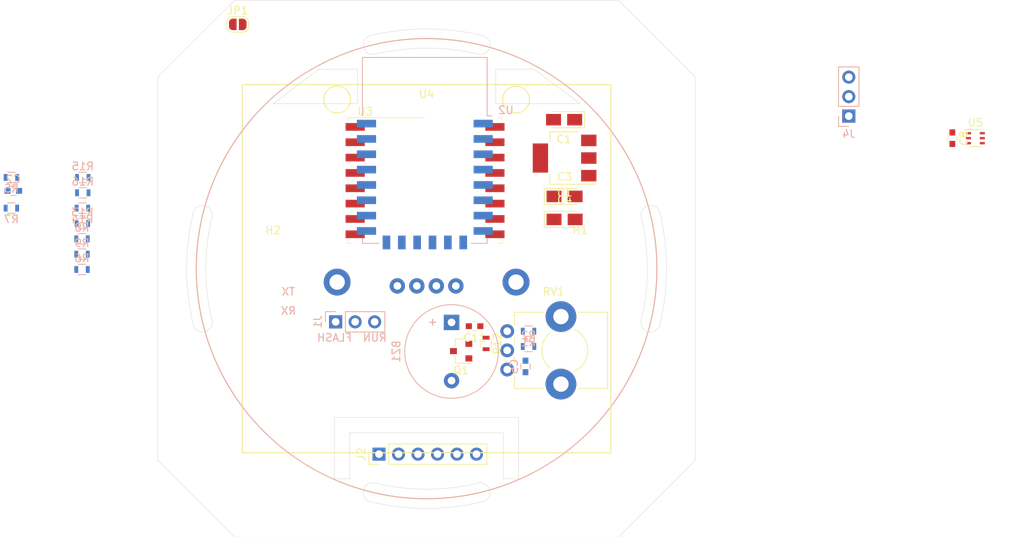
<source format=kicad_pcb>
(kicad_pcb (version 20171130) (host pcbnew 5.99.0+really5.1.10+dfsg1-1)

  (general
    (thickness 1.6)
    (drawings 61)
    (tracks 0)
    (zones 0)
    (modules 33)
    (nets 47)
  )

  (page A4)
  (layers
    (0 F.Cu signal)
    (31 B.Cu signal)
    (32 B.Adhes user)
    (33 F.Adhes user)
    (34 B.Paste user)
    (35 F.Paste user)
    (36 B.SilkS user)
    (37 F.SilkS user)
    (38 B.Mask user)
    (39 F.Mask user)
    (40 Dwgs.User user)
    (41 Cmts.User user)
    (42 Eco1.User user)
    (43 Eco2.User user)
    (44 Edge.Cuts user)
    (45 Margin user)
    (46 B.CrtYd user)
    (47 F.CrtYd user)
    (48 B.Fab user)
    (49 F.Fab user)
  )

  (setup
    (last_trace_width 0.25)
    (trace_clearance 0.2)
    (zone_clearance 2)
    (zone_45_only no)
    (trace_min 0.2)
    (via_size 0.8)
    (via_drill 0.4)
    (via_min_size 0.4)
    (via_min_drill 0.3)
    (uvia_size 0.3)
    (uvia_drill 0.1)
    (uvias_allowed no)
    (uvia_min_size 0.2)
    (uvia_min_drill 0.1)
    (edge_width 0.05)
    (segment_width 0.2)
    (pcb_text_width 0.3)
    (pcb_text_size 1.5 1.5)
    (mod_edge_width 0.12)
    (mod_text_size 1 1)
    (mod_text_width 0.15)
    (pad_size 1.524 1.524)
    (pad_drill 0.762)
    (pad_to_mask_clearance 0.051)
    (solder_mask_min_width 0.25)
    (aux_axis_origin 150 100)
    (visible_elements FFFFF7FF)
    (pcbplotparams
      (layerselection 0x010fc_ffffffff)
      (usegerberextensions false)
      (usegerberattributes false)
      (usegerberadvancedattributes false)
      (creategerberjobfile false)
      (excludeedgelayer true)
      (linewidth 0.100000)
      (plotframeref false)
      (viasonmask false)
      (mode 1)
      (useauxorigin false)
      (hpglpennumber 1)
      (hpglpenspeed 20)
      (hpglpendiameter 15.000000)
      (psnegative false)
      (psa4output false)
      (plotreference true)
      (plotvalue true)
      (plotinvisibletext false)
      (padsonsilk false)
      (subtractmaskfromsilk false)
      (outputformat 1)
      (mirror false)
      (drillshape 0)
      (scaleselection 1)
      (outputdirectory "Gerber20190217"))
  )

  (net 0 "")
  (net 1 +5V)
  (net 2 "Net-(BZ1-Pad2)")
  (net 3 GND)
  (net 4 /RST)
  (net 5 +3V3)
  (net 6 /ADC)
  (net 7 "Net-(J1-Pad2)")
  (net 8 "Net-(R1-Pad1)")
  (net 9 /OW_DATA_33)
  (net 10 /GPIO15)
  (net 11 /CH_PD)
  (net 12 /GPIO0)
  (net 13 /GPIO2)
  (net 14 /BUZZ)
  (net 15 /SDA)
  (net 16 /SCL)
  (net 17 "Net-(C11-Pad1)")
  (net 18 /RxD)
  (net 19 /TxD)
  (net 20 "Net-(J4-Pad1)")
  (net 21 "Net-(J4-Pad2)")
  (net 22 "Net-(U2-Pad4)")
  (net 23 "Net-(U2-Pad5)")
  (net 24 "Net-(U2-Pad9)")
  (net 25 "Net-(U2-Pad10)")
  (net 26 "Net-(U2-Pad11)")
  (net 27 "Net-(U2-Pad12)")
  (net 28 "Net-(U2-Pad13)")
  (net 29 "Net-(U2-Pad14)")
  (net 30 "Net-(U3-Pad1)")
  (net 31 "Net-(U3-Pad2)")
  (net 32 "Net-(U3-Pad3)")
  (net 33 "Net-(U3-Pad4)")
  (net 34 "Net-(U3-Pad5)")
  (net 35 "Net-(U3-Pad6)")
  (net 36 "Net-(U3-Pad7)")
  (net 37 "Net-(U3-Pad8)")
  (net 38 "Net-(U3-Pad11)")
  (net 39 "Net-(U3-Pad12)")
  (net 40 "Net-(U3-Pad13)")
  (net 41 "Net-(U3-Pad14)")
  (net 42 "Net-(U3-Pad15)")
  (net 43 "Net-(U3-Pad16)")
  (net 44 "Net-(U5-Pad2)")
  (net 45 "Net-(U5-Pad5)")
  (net 46 "Net-(AE1-Pad1)")

  (net_class Default "Dies ist die voreingestellte Netzklasse."
    (clearance 0.2)
    (trace_width 0.25)
    (via_dia 0.8)
    (via_drill 0.4)
    (uvia_dia 0.3)
    (uvia_drill 0.1)
    (add_net +3V3)
    (add_net +5V)
    (add_net /ADC)
    (add_net /BUZZ)
    (add_net /CH_PD)
    (add_net /GPIO0)
    (add_net /GPIO15)
    (add_net /GPIO2)
    (add_net /OW_DATA_33)
    (add_net /RST)
    (add_net /RxD)
    (add_net /SCL)
    (add_net /SDA)
    (add_net /TxD)
    (add_net GND)
    (add_net "Net-(AE1-Pad1)")
    (add_net "Net-(BZ1-Pad2)")
    (add_net "Net-(C11-Pad1)")
    (add_net "Net-(J1-Pad2)")
    (add_net "Net-(J4-Pad1)")
    (add_net "Net-(J4-Pad2)")
    (add_net "Net-(R1-Pad1)")
    (add_net "Net-(U2-Pad10)")
    (add_net "Net-(U2-Pad11)")
    (add_net "Net-(U2-Pad12)")
    (add_net "Net-(U2-Pad13)")
    (add_net "Net-(U2-Pad14)")
    (add_net "Net-(U2-Pad4)")
    (add_net "Net-(U2-Pad5)")
    (add_net "Net-(U2-Pad9)")
    (add_net "Net-(U3-Pad1)")
    (add_net "Net-(U3-Pad11)")
    (add_net "Net-(U3-Pad12)")
    (add_net "Net-(U3-Pad13)")
    (add_net "Net-(U3-Pad14)")
    (add_net "Net-(U3-Pad15)")
    (add_net "Net-(U3-Pad16)")
    (add_net "Net-(U3-Pad2)")
    (add_net "Net-(U3-Pad3)")
    (add_net "Net-(U3-Pad4)")
    (add_net "Net-(U3-Pad5)")
    (add_net "Net-(U3-Pad6)")
    (add_net "Net-(U3-Pad7)")
    (add_net "Net-(U3-Pad8)")
    (add_net "Net-(U5-Pad2)")
    (add_net "Net-(U5-Pad5)")
  )

  (module RF_Module:HOPERF_RFM69HW (layer F.Cu) (tedit 5A030172) (tstamp 61D23C5F)
    (at 149.7965 88.519)
    (descr "Radio, RF, Module, http://www.hoperf.com/upload/rf/RFM69HW-V1.3.pdf")
    (tags "Radio RF Module")
    (path /61D27802)
    (attr smd)
    (fp_text reference U3 (at -7.8 -9 180) (layer F.SilkS)
      (effects (font (size 1 1) (thickness 0.15)))
    )
    (fp_text value RFM69HW (at 0 2.5 180) (layer F.Fab)
      (effects (font (size 1 1) (thickness 0.15)))
    )
    (fp_text user %R (at 0 0 180) (layer F.Fab)
      (effects (font (size 1 1) (thickness 0.15)))
    )
    (fp_line (start -10.6 -8.25) (end 10.6 -8.25) (layer F.CrtYd) (width 0.05))
    (fp_line (start 10.6 -8.25) (end 10.6 8.25) (layer F.CrtYd) (width 0.05))
    (fp_line (start 10.6 8.25) (end -10.6 8.25) (layer F.CrtYd) (width 0.05))
    (fp_line (start -10.6 8.25) (end -10.6 -8.25) (layer F.CrtYd) (width 0.05))
    (fp_circle (center -7 -7) (end -7.5 -7) (layer F.Fab) (width 0.1))
    (fp_line (start -10.05 -8.2) (end -0.05 -8.2) (layer F.SilkS) (width 0.1))
    (fp_line (start -10.05 8.2) (end -9.55 8.2) (layer F.SilkS) (width 0.1))
    (fp_line (start -10.05 7.8) (end -10.05 8.2) (layer F.SilkS) (width 0.1))
    (fp_line (start 9.55 8.2) (end 10.05 8.2) (layer F.SilkS) (width 0.1))
    (fp_line (start 10.05 7.8) (end 10.05 8.2) (layer F.SilkS) (width 0.1))
    (fp_line (start 9.55 -8.2) (end 10.05 -8.2) (layer F.SilkS) (width 0.1))
    (fp_line (start 10.05 -8.2) (end 10.05 -7.8) (layer F.SilkS) (width 0.1))
    (fp_line (start -10.05 -8.2) (end -10.05 -7.8) (layer F.SilkS) (width 0.1))
    (fp_line (start -9.85 -8) (end 9.85 -8) (layer F.Fab) (width 0.1))
    (fp_line (start 9.85 -8) (end 9.85 8) (layer F.Fab) (width 0.1))
    (fp_line (start 9.85 8) (end -9.85 8) (layer F.Fab) (width 0.1))
    (fp_line (start -9.85 8) (end -9.85 -8) (layer F.Fab) (width 0.1))
    (pad 1 smd rect (at -9.1 -7) (size 2.5 1) (layers F.Cu F.Paste F.Mask)
      (net 30 "Net-(U3-Pad1)"))
    (pad 2 smd rect (at -9.1 -5) (size 2.5 1) (layers F.Cu F.Paste F.Mask)
      (net 31 "Net-(U3-Pad2)"))
    (pad 3 smd rect (at -9.1 -3) (size 2.5 1) (layers F.Cu F.Paste F.Mask)
      (net 32 "Net-(U3-Pad3)"))
    (pad 4 smd rect (at -9.1 -1) (size 2.5 1) (layers F.Cu F.Paste F.Mask)
      (net 33 "Net-(U3-Pad4)"))
    (pad 5 smd rect (at -9.1 1) (size 2.5 1) (layers F.Cu F.Paste F.Mask)
      (net 34 "Net-(U3-Pad5)"))
    (pad 6 smd rect (at -9.1 3) (size 2.5 1) (layers F.Cu F.Paste F.Mask)
      (net 35 "Net-(U3-Pad6)"))
    (pad 7 smd rect (at -9.1 5) (size 2.5 1) (layers F.Cu F.Paste F.Mask)
      (net 36 "Net-(U3-Pad7)"))
    (pad 8 smd rect (at -9.1 7) (size 2.5 1) (layers F.Cu F.Paste F.Mask)
      (net 37 "Net-(U3-Pad8)"))
    (pad 9 smd rect (at 9.1 7) (size 2.5 1) (layers F.Cu F.Paste F.Mask)
      (net 38 "Net-(U3-Pad11)"))
    (pad 10 smd rect (at 9.1 5) (size 2.5 1) (layers F.Cu F.Paste F.Mask)
      (net 46 "Net-(AE1-Pad1)"))
    (pad 11 smd rect (at 9.1 3) (size 2.5 1) (layers F.Cu F.Paste F.Mask)
      (net 38 "Net-(U3-Pad11)"))
    (pad 12 smd rect (at 9.1 1) (size 2.5 1) (layers F.Cu F.Paste F.Mask)
      (net 39 "Net-(U3-Pad12)"))
    (pad 13 smd rect (at 9.1 -1) (size 2.5 1) (layers F.Cu F.Paste F.Mask)
      (net 40 "Net-(U3-Pad13)"))
    (pad 14 smd rect (at 9.1 -3) (size 2.5 1) (layers F.Cu F.Paste F.Mask)
      (net 41 "Net-(U3-Pad14)"))
    (pad 15 smd rect (at 9.1 -5) (size 2.5 1) (layers F.Cu F.Paste F.Mask)
      (net 42 "Net-(U3-Pad15)"))
    (pad 16 smd rect (at 9.1 -7) (size 2.5 1) (layers F.Cu F.Paste F.Mask)
      (net 43 "Net-(U3-Pad16)"))
    (model ${KISYS3DMOD}/RF_Module.3dshapes/HOPERF_RFM69HW.wrl
      (at (xyz 0 0 0))
      (scale (xyz 1 1 1))
      (rotate (xyz 0 0 0))
    )
  )

  (module Jumper:SolderJumper-2_P1.3mm_Open_RoundedPad1.0x1.5mm (layer F.Cu) (tedit 5B391E66) (tstamp 61AAB04C)
    (at 125.404 68.157)
    (descr "SMD Solder Jumper, 1x1.5mm, rounded Pads, 0.3mm gap, open")
    (tags "solder jumper open")
    (path /61B2A2AF)
    (attr virtual)
    (fp_text reference JP1 (at 0 -1.8) (layer F.SilkS)
      (effects (font (size 1 1) (thickness 0.15)))
    )
    (fp_text value SolderJumper_2_Bridged (at 0 1.9) (layer F.Fab)
      (effects (font (size 1 1) (thickness 0.15)))
    )
    (fp_line (start 1.65 1.25) (end -1.65 1.25) (layer F.CrtYd) (width 0.05))
    (fp_line (start 1.65 1.25) (end 1.65 -1.25) (layer F.CrtYd) (width 0.05))
    (fp_line (start -1.65 -1.25) (end -1.65 1.25) (layer F.CrtYd) (width 0.05))
    (fp_line (start -1.65 -1.25) (end 1.65 -1.25) (layer F.CrtYd) (width 0.05))
    (fp_line (start -0.7 -1) (end 0.7 -1) (layer F.SilkS) (width 0.12))
    (fp_line (start 1.4 -0.3) (end 1.4 0.3) (layer F.SilkS) (width 0.12))
    (fp_line (start 0.7 1) (end -0.7 1) (layer F.SilkS) (width 0.12))
    (fp_line (start -1.4 0.3) (end -1.4 -0.3) (layer F.SilkS) (width 0.12))
    (fp_arc (start -0.7 -0.3) (end -0.7 -1) (angle -90) (layer F.SilkS) (width 0.12))
    (fp_arc (start -0.7 0.3) (end -1.4 0.3) (angle -90) (layer F.SilkS) (width 0.12))
    (fp_arc (start 0.7 0.3) (end 0.7 1) (angle -90) (layer F.SilkS) (width 0.12))
    (fp_arc (start 0.7 -0.3) (end 1.4 -0.3) (angle -90) (layer F.SilkS) (width 0.12))
    (pad 2 smd custom (at 0.65 0) (size 1 0.5) (layers F.Cu F.Mask)
      (net 5 +3V3) (zone_connect 2)
      (options (clearance outline) (anchor rect))
      (primitives
        (gr_circle (center 0 0.25) (end 0.5 0.25) (width 0))
        (gr_circle (center 0 -0.25) (end 0.5 -0.25) (width 0))
        (gr_poly (pts
           (xy 0 -0.75) (xy -0.5 -0.75) (xy -0.5 0.75) (xy 0 0.75)) (width 0))
      ))
    (pad 1 smd custom (at -0.65 0) (size 1 0.5) (layers F.Cu F.Mask)
      (net 1 +5V) (zone_connect 2)
      (options (clearance outline) (anchor rect))
      (primitives
        (gr_circle (center 0 0.25) (end 0.5 0.25) (width 0))
        (gr_circle (center 0 -0.25) (end 0.5 -0.25) (width 0))
        (gr_poly (pts
           (xy 0 -0.75) (xy 0.5 -0.75) (xy 0.5 0.75) (xy 0 0.75)) (width 0))
      ))
  )

  (module Connector_PinHeader_2.54mm:PinHeader_1x06_P2.54mm_Vertical (layer F.Cu) (tedit 59FED5CC) (tstamp 61D23AAB)
    (at 143.8021 124.1806 90)
    (descr "Through hole straight pin header, 1x06, 2.54mm pitch, single row")
    (tags "Through hole pin header THT 1x06 2.54mm single row")
    (path /61AFB3D6)
    (fp_text reference J2 (at 0 -2.33 90) (layer F.SilkS)
      (effects (font (size 1 1) (thickness 0.15)))
    )
    (fp_text value Conn_01x06_Female (at -2.8067 6.3754 180) (layer F.Fab)
      (effects (font (size 1 1) (thickness 0.15)))
    )
    (fp_line (start 1.8 -1.8) (end -1.8 -1.8) (layer F.CrtYd) (width 0.05))
    (fp_line (start 1.8 14.5) (end 1.8 -1.8) (layer F.CrtYd) (width 0.05))
    (fp_line (start -1.8 14.5) (end 1.8 14.5) (layer F.CrtYd) (width 0.05))
    (fp_line (start -1.8 -1.8) (end -1.8 14.5) (layer F.CrtYd) (width 0.05))
    (fp_line (start -1.33 -1.33) (end 0 -1.33) (layer F.SilkS) (width 0.12))
    (fp_line (start -1.33 0) (end -1.33 -1.33) (layer F.SilkS) (width 0.12))
    (fp_line (start -1.33 1.27) (end 1.33 1.27) (layer F.SilkS) (width 0.12))
    (fp_line (start 1.33 1.27) (end 1.33 14.03) (layer F.SilkS) (width 0.12))
    (fp_line (start -1.33 1.27) (end -1.33 14.03) (layer F.SilkS) (width 0.12))
    (fp_line (start -1.33 14.03) (end 1.33 14.03) (layer F.SilkS) (width 0.12))
    (fp_line (start -1.27 -0.635) (end -0.635 -1.27) (layer F.Fab) (width 0.1))
    (fp_line (start -1.27 13.97) (end -1.27 -0.635) (layer F.Fab) (width 0.1))
    (fp_line (start 1.27 13.97) (end -1.27 13.97) (layer F.Fab) (width 0.1))
    (fp_line (start 1.27 -1.27) (end 1.27 13.97) (layer F.Fab) (width 0.1))
    (fp_line (start -0.635 -1.27) (end 1.27 -1.27) (layer F.Fab) (width 0.1))
    (fp_text user %R (at 0 6.35) (layer F.Fab)
      (effects (font (size 1 1) (thickness 0.15)))
    )
    (pad 6 thru_hole oval (at 0 12.7 90) (size 1.7 1.7) (drill 1) (layers *.Cu *.Mask)
      (net 5 +3V3))
    (pad 5 thru_hole oval (at 0 10.16 90) (size 1.7 1.7) (drill 1) (layers *.Cu *.Mask)
      (net 5 +3V3))
    (pad 4 thru_hole oval (at 0 7.62 90) (size 1.7 1.7) (drill 1) (layers *.Cu *.Mask)
      (net 15 /SDA))
    (pad 3 thru_hole oval (at 0 5.08 90) (size 1.7 1.7) (drill 1) (layers *.Cu *.Mask)
      (net 16 /SCL))
    (pad 2 thru_hole oval (at 0 2.54 90) (size 1.7 1.7) (drill 1) (layers *.Cu *.Mask)
      (net 3 GND))
    (pad 1 thru_hole rect (at 0 0 90) (size 1.7 1.7) (drill 1) (layers *.Cu *.Mask)
      (net 5 +3V3))
    (model ${KISYS3DMOD}/Connector_PinHeader_2.54mm.3dshapes/PinHeader_1x06_P2.54mm_Vertical.wrl
      (at (xyz 0 0 0))
      (scale (xyz 1 1 1))
      (rotate (xyz 0 0 0))
    )
  )

  (module Resistors_SMD:R_0603 (layer B.Cu) (tedit 58E0A804) (tstamp 61D2417C)
    (at 105.2186 90.1087 180)
    (descr "Resistor SMD 0603, reflow soldering, Vishay (see dcrcw.pdf)")
    (tags "resistor 0603")
    (path /5C0F198E)
    (attr smd)
    (fp_text reference R16 (at 0 1.45) (layer B.SilkS)
      (effects (font (size 1 1) (thickness 0.15)) (justify mirror))
    )
    (fp_text value 470R (at 3.3 -0.5) (layer B.Fab)
      (effects (font (size 1 1) (thickness 0.15)) (justify mirror))
    )
    (fp_line (start -0.8 -0.4) (end -0.8 0.4) (layer B.Fab) (width 0.1))
    (fp_line (start 0.8 -0.4) (end -0.8 -0.4) (layer B.Fab) (width 0.1))
    (fp_line (start 0.8 0.4) (end 0.8 -0.4) (layer B.Fab) (width 0.1))
    (fp_line (start -0.8 0.4) (end 0.8 0.4) (layer B.Fab) (width 0.1))
    (fp_line (start 0.5 -0.68) (end -0.5 -0.68) (layer B.SilkS) (width 0.12))
    (fp_line (start -0.5 0.68) (end 0.5 0.68) (layer B.SilkS) (width 0.12))
    (fp_line (start -1.25 0.7) (end 1.25 0.7) (layer B.CrtYd) (width 0.05))
    (fp_line (start -1.25 0.7) (end -1.25 -0.7) (layer B.CrtYd) (width 0.05))
    (fp_line (start 1.25 -0.7) (end 1.25 0.7) (layer B.CrtYd) (width 0.05))
    (fp_line (start 1.25 -0.7) (end -1.25 -0.7) (layer B.CrtYd) (width 0.05))
    (fp_text user %R (at 0.0753 -0.0613) (layer F.Fab)
      (effects (font (size 0.4 0.4) (thickness 0.075)))
    )
    (pad 1 smd rect (at -0.75 0 180) (size 0.5 0.9) (layers B.Cu B.Paste B.Mask)
      (net 18 /RxD))
    (pad 2 smd rect (at 0.75 0 180) (size 0.5 0.9) (layers B.Cu B.Paste B.Mask)
      (net 20 "Net-(J4-Pad1)"))
    (model ${KISYS3DMOD}/Resistors_SMD.3dshapes/R_0603.wrl
      (at (xyz 0 0 0))
      (scale (xyz 1 1 1))
      (rotate (xyz 0 0 0))
    )
  )

  (module Resistors_SMD:R_0603 (layer B.Cu) (tedit 58E0A804) (tstamp 61D241DC)
    (at 105.2186 88.1087 180)
    (descr "Resistor SMD 0603, reflow soldering, Vishay (see dcrcw.pdf)")
    (tags "resistor 0603")
    (path /5C0F15D1)
    (attr smd)
    (fp_text reference R15 (at 0 1.45) (layer B.SilkS)
      (effects (font (size 1 1) (thickness 0.15)) (justify mirror))
    )
    (fp_text value 470R (at 3.55 -0.25) (layer B.Fab)
      (effects (font (size 1 1) (thickness 0.15)) (justify mirror))
    )
    (fp_line (start -0.8 -0.4) (end -0.8 0.4) (layer B.Fab) (width 0.1))
    (fp_line (start 0.8 -0.4) (end -0.8 -0.4) (layer B.Fab) (width 0.1))
    (fp_line (start 0.8 0.4) (end 0.8 -0.4) (layer B.Fab) (width 0.1))
    (fp_line (start -0.8 0.4) (end 0.8 0.4) (layer B.Fab) (width 0.1))
    (fp_line (start 0.5 -0.68) (end -0.5 -0.68) (layer B.SilkS) (width 0.12))
    (fp_line (start -0.5 0.68) (end 0.5 0.68) (layer B.SilkS) (width 0.12))
    (fp_line (start -1.25 0.7) (end 1.25 0.7) (layer B.CrtYd) (width 0.05))
    (fp_line (start -1.25 0.7) (end -1.25 -0.7) (layer B.CrtYd) (width 0.05))
    (fp_line (start 1.25 -0.7) (end 1.25 0.7) (layer B.CrtYd) (width 0.05))
    (fp_line (start 1.25 -0.7) (end -1.25 -0.7) (layer B.CrtYd) (width 0.05))
    (fp_text user %R (at 0 0) (layer B.Fab)
      (effects (font (size 0.4 0.4) (thickness 0.075)) (justify mirror))
    )
    (pad 1 smd rect (at -0.75 0 180) (size 0.5 0.9) (layers B.Cu B.Paste B.Mask)
      (net 19 /TxD))
    (pad 2 smd rect (at 0.75 0 180) (size 0.5 0.9) (layers B.Cu B.Paste B.Mask)
      (net 21 "Net-(J4-Pad2)"))
    (model ${KISYS3DMOD}/Resistors_SMD.3dshapes/R_0603.wrl
      (at (xyz 0 0 0))
      (scale (xyz 1 1 1))
      (rotate (xyz 0 0 0))
    )
  )

  (module Mounting_Holes:MountingHole_4mm (layer F.Cu) (tedit 56D1B4CB) (tstamp 5C037714)
    (at 170 100)
    (descr "Mounting Hole 4mm, no annular")
    (tags "mounting hole 4mm no annular")
    (path /5C0E61A6)
    (attr virtual)
    (fp_text reference H1 (at 0 -5) (layer F.SilkS)
      (effects (font (size 1 1) (thickness 0.15)))
    )
    (fp_text value MountingHole (at 0 5) (layer F.Fab)
      (effects (font (size 1 1) (thickness 0.15)))
    )
    (fp_circle (center 0 0) (end 4 0) (layer Cmts.User) (width 0.15))
    (fp_circle (center 0 0) (end 4.25 0) (layer F.CrtYd) (width 0.05))
    (fp_text user %R (at 0.3 0) (layer F.Fab)
      (effects (font (size 1 1) (thickness 0.15)))
    )
    (pad 1 np_thru_hole circle (at 0 0) (size 4 4) (drill 4) (layers *.Cu *.Mask))
  )

  (module Pin_Headers:Pin_Header_Straight_1x03_Pitch2.54mm (layer B.Cu) (tedit 59650532) (tstamp 61D22AD8)
    (at 204.9907 80.1116)
    (descr "Through hole straight pin header, 1x03, 2.54mm pitch, single row")
    (tags "Through hole pin header THT 1x03 2.54mm single row")
    (path /5C0E7154)
    (fp_text reference J4 (at 0 2.33) (layer B.SilkS)
      (effects (font (size 1 1) (thickness 0.15)) (justify mirror))
    )
    (fp_text value Conn_01x03 (at 0 -7.41) (layer B.Fab)
      (effects (font (size 1 1) (thickness 0.15)) (justify mirror))
    )
    (fp_line (start -0.635 1.27) (end 1.27 1.27) (layer B.Fab) (width 0.1))
    (fp_line (start 1.27 1.27) (end 1.27 -6.35) (layer B.Fab) (width 0.1))
    (fp_line (start 1.27 -6.35) (end -1.27 -6.35) (layer B.Fab) (width 0.1))
    (fp_line (start -1.27 -6.35) (end -1.27 0.635) (layer B.Fab) (width 0.1))
    (fp_line (start -1.27 0.635) (end -0.635 1.27) (layer B.Fab) (width 0.1))
    (fp_line (start -1.33 -6.41) (end 1.33 -6.41) (layer B.SilkS) (width 0.12))
    (fp_line (start -1.33 -1.27) (end -1.33 -6.41) (layer B.SilkS) (width 0.12))
    (fp_line (start 1.33 -1.27) (end 1.33 -6.41) (layer B.SilkS) (width 0.12))
    (fp_line (start -1.33 -1.27) (end 1.33 -1.27) (layer B.SilkS) (width 0.12))
    (fp_line (start -1.33 0) (end -1.33 1.33) (layer B.SilkS) (width 0.12))
    (fp_line (start -1.33 1.33) (end 0 1.33) (layer B.SilkS) (width 0.12))
    (fp_line (start -1.8 1.8) (end -1.8 -6.85) (layer B.CrtYd) (width 0.05))
    (fp_line (start -1.8 -6.85) (end 1.8 -6.85) (layer B.CrtYd) (width 0.05))
    (fp_line (start 1.8 -6.85) (end 1.8 1.8) (layer B.CrtYd) (width 0.05))
    (fp_line (start 1.8 1.8) (end -1.8 1.8) (layer B.CrtYd) (width 0.05))
    (fp_text user %R (at 0 -2.54 -90) (layer B.Fab)
      (effects (font (size 1 1) (thickness 0.15)) (justify mirror))
    )
    (pad 1 thru_hole rect (at 0 0) (size 1.7 1.7) (drill 1) (layers *.Cu *.Mask)
      (net 20 "Net-(J4-Pad1)"))
    (pad 2 thru_hole oval (at 0 -2.54) (size 1.7 1.7) (drill 1) (layers *.Cu *.Mask)
      (net 21 "Net-(J4-Pad2)"))
    (pad 3 thru_hole oval (at 0 -5.08) (size 1.7 1.7) (drill 1) (layers *.Cu *.Mask)
      (net 3 GND))
    (model ${KISYS3DMOD}/Pin_Headers.3dshapes/Pin_Header_Straight_1x03_Pitch2.54mm.wrl
      (at (xyz 0 0 0))
      (scale (xyz 1 1 1))
      (rotate (xyz 0 0 0))
    )
  )

  (module Mounting_Holes:MountingHole_4mm (layer F.Cu) (tedit 56D1B4CB) (tstamp 5C037717)
    (at 130 100)
    (descr "Mounting Hole 4mm, no annular")
    (tags "mounting hole 4mm no annular")
    (path /5C0E6CB8)
    (attr virtual)
    (fp_text reference H2 (at 0 -5) (layer F.SilkS)
      (effects (font (size 1 1) (thickness 0.15)))
    )
    (fp_text value MountingHole (at 0 5) (layer F.Fab)
      (effects (font (size 1 1) (thickness 0.15)))
    )
    (fp_circle (center 0 0) (end 4 0) (layer Cmts.User) (width 0.15))
    (fp_circle (center 0 0) (end 4.25 0) (layer F.CrtYd) (width 0.05))
    (fp_text user %R (at 0.3 0) (layer F.Fab)
      (effects (font (size 1 1) (thickness 0.15)))
    )
    (pad 1 np_thru_hole circle (at 0 0) (size 4 4) (drill 4) (layers *.Cu *.Mask))
  )

  (module Resistors_SMD:R_0603 (layer B.Cu) (tedit 58E0A804) (tstamp 61D24089)
    (at 105.1686 92.1087)
    (descr "Resistor SMD 0603, reflow soldering, Vishay (see dcrcw.pdf)")
    (tags "resistor 0603")
    (path /5C0DA3C1)
    (attr smd)
    (fp_text reference R14 (at 0 1.45 180) (layer B.SilkS)
      (effects (font (size 1 1) (thickness 0.15)) (justify mirror))
    )
    (fp_text value 10k (at -2.75 0.5 180) (layer B.Fab)
      (effects (font (size 1 1) (thickness 0.15)) (justify mirror))
    )
    (fp_line (start -0.8 -0.4) (end -0.8 0.4) (layer B.Fab) (width 0.1))
    (fp_line (start 0.8 -0.4) (end -0.8 -0.4) (layer B.Fab) (width 0.1))
    (fp_line (start 0.8 0.4) (end 0.8 -0.4) (layer B.Fab) (width 0.1))
    (fp_line (start -0.8 0.4) (end 0.8 0.4) (layer B.Fab) (width 0.1))
    (fp_line (start 0.5 -0.68) (end -0.5 -0.68) (layer B.SilkS) (width 0.12))
    (fp_line (start -0.5 0.68) (end 0.5 0.68) (layer B.SilkS) (width 0.12))
    (fp_line (start -1.25 0.7) (end 1.25 0.7) (layer B.CrtYd) (width 0.05))
    (fp_line (start -1.25 0.7) (end -1.25 -0.7) (layer B.CrtYd) (width 0.05))
    (fp_line (start 1.25 -0.7) (end 1.25 0.7) (layer B.CrtYd) (width 0.05))
    (fp_line (start 1.25 -0.7) (end -1.25 -0.7) (layer B.CrtYd) (width 0.05))
    (fp_text user %R (at 0 0 180) (layer B.Fab)
      (effects (font (size 0.4 0.4) (thickness 0.075)) (justify mirror))
    )
    (pad 1 smd rect (at -0.75 0) (size 0.5 0.9) (layers B.Cu B.Paste B.Mask)
      (net 5 +3V3))
    (pad 2 smd rect (at 0.75 0) (size 0.5 0.9) (layers B.Cu B.Paste B.Mask)
      (net 16 /SCL))
    (model ${KISYS3DMOD}/Resistors_SMD.3dshapes/R_0603.wrl
      (at (xyz 0 0 0))
      (scale (xyz 1 1 1))
      (rotate (xyz 0 0 0))
    )
  )

  (module Resistors_SMD:R_0603 (layer B.Cu) (tedit 58E0A804) (tstamp 61D240B9)
    (at 105.1686 94.1087 180)
    (descr "Resistor SMD 0603, reflow soldering, Vishay (see dcrcw.pdf)")
    (tags "resistor 0603")
    (path /5C0DA8F7)
    (attr smd)
    (fp_text reference R13 (at 0 1.45) (layer B.SilkS)
      (effects (font (size 1 1) (thickness 0.15)) (justify mirror))
    )
    (fp_text value 10k (at 2.75 0) (layer B.Fab)
      (effects (font (size 1 1) (thickness 0.15)) (justify mirror))
    )
    (fp_line (start -0.8 -0.4) (end -0.8 0.4) (layer B.Fab) (width 0.1))
    (fp_line (start 0.8 -0.4) (end -0.8 -0.4) (layer B.Fab) (width 0.1))
    (fp_line (start 0.8 0.4) (end 0.8 -0.4) (layer B.Fab) (width 0.1))
    (fp_line (start -0.8 0.4) (end 0.8 0.4) (layer B.Fab) (width 0.1))
    (fp_line (start 0.5 -0.68) (end -0.5 -0.68) (layer B.SilkS) (width 0.12))
    (fp_line (start -0.5 0.68) (end 0.5 0.68) (layer B.SilkS) (width 0.12))
    (fp_line (start -1.25 0.7) (end 1.25 0.7) (layer B.CrtYd) (width 0.05))
    (fp_line (start -1.25 0.7) (end -1.25 -0.7) (layer B.CrtYd) (width 0.05))
    (fp_line (start 1.25 -0.7) (end 1.25 0.7) (layer B.CrtYd) (width 0.05))
    (fp_line (start 1.25 -0.7) (end -1.25 -0.7) (layer B.CrtYd) (width 0.05))
    (fp_text user %R (at 0 0) (layer B.Fab)
      (effects (font (size 0.4 0.4) (thickness 0.075)) (justify mirror))
    )
    (pad 1 smd rect (at -0.75 0 180) (size 0.5 0.9) (layers B.Cu B.Paste B.Mask)
      (net 15 /SDA))
    (pad 2 smd rect (at 0.75 0 180) (size 0.5 0.9) (layers B.Cu B.Paste B.Mask)
      (net 5 +3V3))
    (model ${KISYS3DMOD}/Resistors_SMD.3dshapes/R_0603.wrl
      (at (xyz 0 0 0))
      (scale (xyz 1 1 1))
      (rotate (xyz 0 0 0))
    )
  )

  (module Capacitors_SMD:C_0603 (layer F.Cu) (tedit 59958EE7) (tstamp 61D23961)
    (at 156.25 107.5 180)
    (descr "Capacitor SMD 0603, reflow soldering, AVX (see smccp.pdf)")
    (tags "capacitor 0603")
    (path /5C0D0F51)
    (attr smd)
    (fp_text reference C11 (at 0 -1.5 180) (layer F.SilkS)
      (effects (font (size 1 1) (thickness 0.15)))
    )
    (fp_text value C (at 0 1.5 180) (layer F.Fab)
      (effects (font (size 1 1) (thickness 0.15)))
    )
    (fp_line (start 1.4 0.65) (end -1.4 0.65) (layer F.CrtYd) (width 0.05))
    (fp_line (start 1.4 0.65) (end 1.4 -0.65) (layer F.CrtYd) (width 0.05))
    (fp_line (start -1.4 -0.65) (end -1.4 0.65) (layer F.CrtYd) (width 0.05))
    (fp_line (start -1.4 -0.65) (end 1.4 -0.65) (layer F.CrtYd) (width 0.05))
    (fp_line (start 0.35 0.6) (end -0.35 0.6) (layer F.SilkS) (width 0.12))
    (fp_line (start -0.35 -0.6) (end 0.35 -0.6) (layer F.SilkS) (width 0.12))
    (fp_line (start -0.8 -0.4) (end 0.8 -0.4) (layer F.Fab) (width 0.1))
    (fp_line (start 0.8 -0.4) (end 0.8 0.4) (layer F.Fab) (width 0.1))
    (fp_line (start 0.8 0.4) (end -0.8 0.4) (layer F.Fab) (width 0.1))
    (fp_line (start -0.8 0.4) (end -0.8 -0.4) (layer F.Fab) (width 0.1))
    (fp_text user %R (at 0 0 180) (layer F.Fab)
      (effects (font (size 0.3 0.3) (thickness 0.075)))
    )
    (pad 2 smd rect (at 0.75 0 180) (size 0.8 0.75) (layers F.Cu F.Paste F.Mask)
      (net 3 GND))
    (pad 1 smd rect (at -0.75 0 180) (size 0.8 0.75) (layers F.Cu F.Paste F.Mask)
      (net 17 "Net-(C11-Pad1)"))
    (model Capacitors_SMD.3dshapes/C_0603.wrl
      (at (xyz 0 0 0))
      (scale (xyz 1 1 1))
      (rotate (xyz 0 0 0))
    )
  )

  (module footprints:OLED128x64 (layer F.Cu) (tedit 5C0262EA) (tstamp 5C027B1E)
    (at 150 102.25 180)
    (path /5C027FA0)
    (fp_text reference U4 (at 0 25 180) (layer F.SilkS)
      (effects (font (size 1 1) (thickness 0.15)))
    )
    (fp_text value 1.3"_128x64OLED_I2C (at 7.5 20 180) (layer F.Fab) hide
      (effects (font (size 1 1) (thickness 0.15)))
    )
    (fp_circle (center -11.65 24.3) (end -9.9 24.3) (layer F.SilkS) (width 0.15))
    (fp_circle (center 11.65 24.3) (end 13.4 24.3) (layer F.SilkS) (width 0.15))
    (fp_line (start 7 26.3) (end 7 24.3) (layer F.Fab) (width 0.12))
    (fp_line (start -7 24.3) (end -7 26.3) (layer F.Fab) (width 0.12))
    (fp_line (start -13.65 26.3) (end -7 26.3) (layer F.Fab) (width 0.12))
    (fp_line (start -7 24.3) (end 7 24.3) (layer F.Fab) (width 0.12))
    (fp_line (start -10.872 15.722) (end -10.872 4.85) (layer F.Fab) (width 0.12))
    (fp_line (start 10.872 4.85) (end 10.872 15.722) (layer F.Fab) (width 0.12))
    (fp_line (start 10.872 15.722) (end -10.872 15.722) (layer F.Fab) (width 0.12))
    (fp_line (start 10.872 4.85) (end -10.872 4.85) (layer F.Fab) (width 0.12))
    (fp_line (start 13.35 2.766) (end 13.35 22.034) (layer F.Fab) (width 0.12))
    (fp_line (start -13.35 2.766) (end -13.35 22.034) (layer F.Fab) (width 0.12))
    (fp_line (start 13.35 22.034) (end -13.35 22.034) (layer F.Fab) (width 0.12))
    (fp_line (start 13.35 2.766) (end -13.35 2.766) (layer F.Fab) (width 0.12))
    (fp_line (start 7 26.3) (end 13.65 26.3) (layer F.Fab) (width 0.12))
    (fp_line (start 13.65 -1.5) (end 13.65 26.3) (layer F.Fab) (width 0.12))
    (fp_line (start -13.65 -1.5) (end -13.65 26.3) (layer F.Fab) (width 0.12))
    (fp_line (start 13.65 -1.5) (end -13.65 -1.5) (layer F.Fab) (width 0.12))
    (pad "" np_thru_hole circle (at -11.65 0.5 180) (size 3.5 3.5) (drill 2) (layers *.Cu *.Mask))
    (pad "" np_thru_hole circle (at 11.65 0.5 180) (size 3.5 3.5) (drill 2) (layers *.Cu *.Mask))
    (pad 4 thru_hole circle (at 3.81 0 180) (size 2 2) (drill 1) (layers *.Cu *.Mask)
      (net 15 /SDA))
    (pad 3 thru_hole circle (at 1.27 0 180) (size 2 2) (drill 1) (layers *.Cu *.Mask)
      (net 16 /SCL))
    (pad 2 thru_hole circle (at -1.27 0 180) (size 2 2) (drill 1) (layers *.Cu *.Mask)
      (net 5 +3V3))
    (pad 1 thru_hole circle (at -3.81 0 180) (size 2 2) (drill 1) (layers *.Cu *.Mask)
      (net 3 GND))
  )

  (module Opto-Devices:Lite-On_LTR-303ALS-01 (layer F.Cu) (tedit 59E4E4E7) (tstamp 5C02AB22)
    (at 221.4802 82.9925)
    (descr "ambient light sensor, i2c interface, 6-pin chipled package, http://optoelectronics.liteon.com/upload/download/DS86-2013-0004/LTR-303ALS-01_DS_V1.pdf")
    (tags "ambient light sensor chipled")
    (path /5C0A71AE)
    (attr smd)
    (fp_text reference U5 (at 0 -2.025) (layer F.SilkS)
      (effects (font (size 1 1) (thickness 0.15)))
    )
    (fp_text value LTR-303ALS-01 (at 0 2.025) (layer F.Fab)
      (effects (font (size 1 1) (thickness 0.15)))
    )
    (fp_line (start 1 1) (end -1 1) (layer F.Fab) (width 0.15))
    (fp_line (start -1 1) (end -1 0) (layer F.Fab) (width 0.15))
    (fp_line (start -1 0) (end 0 -1) (layer F.Fab) (width 0.15))
    (fp_line (start 0 -1) (end 1 -1) (layer F.Fab) (width 0.15))
    (fp_line (start 1 -1) (end 1 1) (layer F.Fab) (width 0.15))
    (fp_line (start -1.65 -1.25) (end -1.65 1.25) (layer F.CrtYd) (width 0.05))
    (fp_line (start -1.65 1.25) (end 1.65 1.25) (layer F.CrtYd) (width 0.05))
    (fp_line (start 1.65 1.25) (end 1.65 -1.25) (layer F.CrtYd) (width 0.05))
    (fp_line (start 1.65 -1.25) (end -1.65 -1.25) (layer F.CrtYd) (width 0.05))
    (fp_line (start -0.725 1.1) (end 0.725 1.1) (layer F.SilkS) (width 0.15))
    (fp_line (start -1.45 -1.1) (end 0.725 -1.1) (layer F.SilkS) (width 0.15))
    (fp_text user %R (at 0 0) (layer F.Fab)
      (effects (font (size 0.5 0.5) (thickness 0.08)))
    )
    (pad 1 smd rect (at -0.9 -0.65) (size 0.65 0.3) (layers F.Cu F.Paste F.Mask)
      (net 5 +3V3))
    (pad 2 smd rect (at -0.9 0) (size 0.65 0.3) (layers F.Cu F.Paste F.Mask)
      (net 44 "Net-(U5-Pad2)"))
    (pad 3 smd rect (at -0.9 0.65) (size 0.65 0.3) (layers F.Cu F.Paste F.Mask)
      (net 3 GND))
    (pad 4 smd rect (at 0.9 0.65) (size 0.65 0.3) (layers F.Cu F.Paste F.Mask)
      (net 16 /SCL))
    (pad 5 smd rect (at 0.9 0) (size 0.65 0.3) (layers F.Cu F.Paste F.Mask)
      (net 45 "Net-(U5-Pad5)"))
    (pad 6 smd rect (at 0.9 -0.65) (size 0.65 0.3) (layers F.Cu F.Paste F.Mask)
      (net 15 /SDA))
    (model ${KISYS3DMOD}/Opto-Devices.3dshapes/Lite-On_LTR-303ALS-01.wrl
      (at (xyz 0 0 0))
      (scale (xyz 1 1 1))
      (rotate (xyz 0 0 0))
    )
  )

  (module RF_Modules:ESP-12E (layer B.Cu) (tedit 59E32322) (tstamp 61D223DC)
    (at 149.7708 84.5856 180)
    (descr "Wi-Fi Module, http://wiki.ai-thinker.com/_media/esp8266/docs/aithinker_esp_12f_datasheet_en.pdf")
    (tags "Wi-Fi Module")
    (path /5C023D45)
    (attr smd)
    (fp_text reference U2 (at -10.56 5.26 180) (layer B.SilkS)
      (effects (font (size 1 1) (thickness 0.15)) (justify mirror))
    )
    (fp_text value ESP-12F (at -0.06 12.78 180) (layer B.Fab)
      (effects (font (size 1 1) (thickness 0.15)) (justify mirror))
    )
    (fp_line (start -8 12) (end 8 12) (layer B.Fab) (width 0.12))
    (fp_line (start 8 12) (end 8 -12) (layer B.Fab) (width 0.12))
    (fp_line (start 8 -12) (end -8 -12) (layer B.Fab) (width 0.12))
    (fp_line (start -8 -12) (end -8 3) (layer B.Fab) (width 0.12))
    (fp_line (start -8 3) (end -7.5 3.5) (layer B.Fab) (width 0.12))
    (fp_line (start -7.5 3.5) (end -8 4) (layer B.Fab) (width 0.12))
    (fp_line (start -8 4) (end -8 12) (layer B.Fab) (width 0.12))
    (fp_line (start -9.05 12.2) (end 9.05 12.2) (layer B.CrtYd) (width 0.05))
    (fp_line (start 9.05 12.2) (end 9.05 -13.1) (layer B.CrtYd) (width 0.05))
    (fp_line (start 9.05 -13.1) (end -9.05 -13.1) (layer B.CrtYd) (width 0.05))
    (fp_line (start -9.05 -13.1) (end -9.05 12.2) (layer B.CrtYd) (width 0.05))
    (fp_line (start -8.12 12.12) (end 8.12 12.12) (layer B.SilkS) (width 0.12))
    (fp_line (start 8.12 12.12) (end 8.12 4.5) (layer B.SilkS) (width 0.12))
    (fp_line (start 8.12 -11.5) (end 8.12 -12.12) (layer B.SilkS) (width 0.12))
    (fp_line (start 8.12 -12.12) (end 6 -12.12) (layer B.SilkS) (width 0.12))
    (fp_line (start -6 -12.12) (end -8.12 -12.12) (layer B.SilkS) (width 0.12))
    (fp_line (start -8.12 -12.12) (end -8.12 -11.5) (layer B.SilkS) (width 0.12))
    (fp_line (start -8.12 4.5) (end -8.12 12.12) (layer B.SilkS) (width 0.12))
    (fp_line (start -8.12 4.5) (end -8.73 4.5) (layer B.SilkS) (width 0.12))
    (fp_line (start -8.12 12.12) (end 8.12 12.12) (layer Dwgs.User) (width 0.12))
    (fp_line (start 8.12 12.12) (end 8.12 4.8) (layer Dwgs.User) (width 0.12))
    (fp_line (start 8.12 4.8) (end -8.12 4.8) (layer Dwgs.User) (width 0.12))
    (fp_line (start -8.12 4.8) (end -8.12 12.12) (layer Dwgs.User) (width 0.12))
    (fp_line (start -8.12 9.12) (end -5.12 12.12) (layer Dwgs.User) (width 0.12))
    (fp_line (start -8.12 6.12) (end -2.12 12.12) (layer Dwgs.User) (width 0.12))
    (fp_line (start -6.44 4.8) (end 0.88 12.12) (layer Dwgs.User) (width 0.12))
    (fp_line (start -3.44 4.8) (end 3.88 12.12) (layer Dwgs.User) (width 0.12))
    (fp_line (start -0.44 4.8) (end 6.88 12.12) (layer Dwgs.User) (width 0.12))
    (fp_line (start 2.56 4.8) (end 8.12 10.36) (layer Dwgs.User) (width 0.12))
    (fp_line (start 5.56 4.8) (end 8.12 7.36) (layer Dwgs.User) (width 0.12))
    (fp_text user Antenna (at -0.06 7) (layer Cmts.User)
      (effects (font (size 1 1) (thickness 0.15)))
    )
    (fp_text user "KEEP-OUT ZONE" (at 0.03 9.55) (layer Cmts.User)
      (effects (font (size 1 1) (thickness 0.15)))
    )
    (fp_text user %R (at 0.49 0.8 180) (layer B.Fab)
      (effects (font (size 1 1) (thickness 0.15)) (justify mirror))
    )
    (pad 1 smd rect (at -7.6 3.5 180) (size 2.5 1) (layers B.Cu B.Paste B.Mask)
      (net 4 /RST))
    (pad 2 smd rect (at -7.6 1.5 180) (size 2.5 1) (layers B.Cu B.Paste B.Mask)
      (net 6 /ADC))
    (pad 3 smd rect (at -7.6 -0.5 180) (size 2.5 1) (layers B.Cu B.Paste B.Mask)
      (net 11 /CH_PD))
    (pad 4 smd rect (at -7.6 -2.5 180) (size 2.5 1) (layers B.Cu B.Paste B.Mask)
      (net 22 "Net-(U2-Pad4)"))
    (pad 5 smd rect (at -7.6 -4.5 180) (size 2.5 1) (layers B.Cu B.Paste B.Mask)
      (net 23 "Net-(U2-Pad5)"))
    (pad 6 smd rect (at -7.6 -6.5 180) (size 2.5 1) (layers B.Cu B.Paste B.Mask)
      (net 9 /OW_DATA_33))
    (pad 7 smd rect (at -7.6 -8.5 180) (size 2.5 1) (layers B.Cu B.Paste B.Mask)
      (net 14 /BUZZ))
    (pad 8 smd rect (at -7.6 -10.5 180) (size 2.5 1) (layers B.Cu B.Paste B.Mask)
      (net 5 +3V3))
    (pad 9 smd rect (at -5 -12 180) (size 1 1.8) (layers B.Cu B.Paste B.Mask)
      (net 24 "Net-(U2-Pad9)"))
    (pad 10 smd rect (at -3 -12 180) (size 1 1.8) (layers B.Cu B.Paste B.Mask)
      (net 25 "Net-(U2-Pad10)"))
    (pad 11 smd rect (at -1 -12 180) (size 1 1.8) (layers B.Cu B.Paste B.Mask)
      (net 26 "Net-(U2-Pad11)"))
    (pad 12 smd rect (at 1 -12 180) (size 1 1.8) (layers B.Cu B.Paste B.Mask)
      (net 27 "Net-(U2-Pad12)"))
    (pad 13 smd rect (at 3 -12 180) (size 1 1.8) (layers B.Cu B.Paste B.Mask)
      (net 28 "Net-(U2-Pad13)"))
    (pad 14 smd rect (at 5 -12 180) (size 1 1.8) (layers B.Cu B.Paste B.Mask)
      (net 29 "Net-(U2-Pad14)"))
    (pad 15 smd rect (at 7.6 -10.5 180) (size 2.5 1) (layers B.Cu B.Paste B.Mask)
      (net 3 GND))
    (pad 16 smd rect (at 7.6 -8.5 180) (size 2.5 1) (layers B.Cu B.Paste B.Mask)
      (net 10 /GPIO15))
    (pad 17 smd rect (at 7.6 -6.5 180) (size 2.5 1) (layers B.Cu B.Paste B.Mask)
      (net 13 /GPIO2))
    (pad 18 smd rect (at 7.6 -4.5 180) (size 2.5 1) (layers B.Cu B.Paste B.Mask)
      (net 12 /GPIO0))
    (pad 19 smd rect (at 7.6 -2.5 180) (size 2.5 1) (layers B.Cu B.Paste B.Mask)
      (net 15 /SDA))
    (pad 20 smd rect (at 7.6 -0.5 180) (size 2.5 1) (layers B.Cu B.Paste B.Mask)
      (net 16 /SCL))
    (pad 21 smd rect (at 7.6 1.5 180) (size 2.5 1) (layers B.Cu B.Paste B.Mask)
      (net 18 /RxD))
    (pad 22 smd rect (at 7.6 3.5 180) (size 2.5 1) (layers B.Cu B.Paste B.Mask)
      (net 19 /TxD))
    (model ${KISYS3DMOD}/RF_Modules.3dshapes/ESP-12E.wrl
      (at (xyz 0 0 0))
      (scale (xyz 1 1 1))
      (rotate (xyz 0 0 0))
    )
  )

  (module TO_SOT_Packages_SMD:SOT-223-3_TabPin2 (layer F.Cu) (tedit 58CE4E7E) (tstamp 5C0396D9)
    (at 167.975816 85.579592 180)
    (descr "module CMS SOT223 4 pins")
    (tags "CMS SOT")
    (path /5C026149)
    (attr smd)
    (fp_text reference U1 (at 0 -4.5) (layer F.SilkS)
      (effects (font (size 1 1) (thickness 0.15)))
    )
    (fp_text value LM1117-3.3 (at 0 4.5) (layer F.Fab)
      (effects (font (size 1 1) (thickness 0.15)))
    )
    (fp_line (start 1.91 3.41) (end 1.91 2.15) (layer F.SilkS) (width 0.12))
    (fp_line (start 1.91 -3.41) (end 1.91 -2.15) (layer F.SilkS) (width 0.12))
    (fp_line (start 4.4 -3.6) (end -4.4 -3.6) (layer F.CrtYd) (width 0.05))
    (fp_line (start 4.4 3.6) (end 4.4 -3.6) (layer F.CrtYd) (width 0.05))
    (fp_line (start -4.4 3.6) (end 4.4 3.6) (layer F.CrtYd) (width 0.05))
    (fp_line (start -4.4 -3.6) (end -4.4 3.6) (layer F.CrtYd) (width 0.05))
    (fp_line (start -1.85 -2.35) (end -0.85 -3.35) (layer F.Fab) (width 0.1))
    (fp_line (start -1.85 -2.35) (end -1.85 3.35) (layer F.Fab) (width 0.1))
    (fp_line (start -1.85 3.41) (end 1.91 3.41) (layer F.SilkS) (width 0.12))
    (fp_line (start -0.85 -3.35) (end 1.85 -3.35) (layer F.Fab) (width 0.1))
    (fp_line (start -4.1 -3.41) (end 1.91 -3.41) (layer F.SilkS) (width 0.12))
    (fp_line (start -1.85 3.35) (end 1.85 3.35) (layer F.Fab) (width 0.1))
    (fp_line (start 1.85 -3.35) (end 1.85 3.35) (layer F.Fab) (width 0.1))
    (fp_text user %R (at 0 0 90) (layer F.Fab)
      (effects (font (size 0.8 0.8) (thickness 0.12)))
    )
    (pad 2 smd rect (at 3.15 0 180) (size 2 3.8) (layers F.Cu F.Paste F.Mask)
      (net 5 +3V3))
    (pad 2 smd rect (at -3.15 0 180) (size 2 1.5) (layers F.Cu F.Paste F.Mask)
      (net 5 +3V3))
    (pad 3 smd rect (at -3.15 2.3 180) (size 2 1.5) (layers F.Cu F.Paste F.Mask)
      (net 1 +5V))
    (pad 1 smd rect (at -3.15 -2.3 180) (size 2 1.5) (layers F.Cu F.Paste F.Mask)
      (net 3 GND))
    (model ${KISYS3DMOD}/TO_SOT_Packages_SMD.3dshapes/SOT-223.wrl
      (at (xyz 0 0 0))
      (scale (xyz 1 1 1))
      (rotate (xyz 0 0 0))
    )
  )

  (module Potentiometers:Potentiometer_Alps_RK09K_Horizontal (layer F.Cu) (tedit 58826B09) (tstamp 61D23B06)
    (at 160.5 113.15)
    (descr "Potentiometer, horizontally mounted, Omeg PC16PU, Omeg PC16PU, Omeg PC16PU, Vishay/Spectrol 248GJ/249GJ Single, Vishay/Spectrol 248GJ/249GJ Single, Vishay/Spectrol 248GJ/249GJ Single, Vishay/Spectrol 248GH/249GH Single, Vishay/Spectrol 148/149 Single, Vishay/Spectrol 148/149 Single, Vishay/Spectrol 148/149 Single, Vishay/Spectrol 148A/149A Single with mounting plates, Vishay/Spectrol 148/149 Double, Vishay/Spectrol 148A/149A Double with mounting plates, Piher PC-16 Single, Piher PC-16 Single, Piher PC-16 Single, Piher PC-16SV Single, Piher PC-16 Double, Piher PC-16 Triple, Piher T16H Single, Piher T16L Single, Piher T16H Double, Alps RK163 Single, Alps RK163 Double, Alps RK097 Single, Alps RK097 Double, Bourns PTV09A-2 Single with mounting sleve Single, Bourns PTV09A-1 with mounting sleve Single, Bourns PRS11S Single, Alps RK09K Single with mounting sleve Single, Alps RK09K with mounting sleve Single, http://www.alps.com/prod/info/E/HTML/Potentiometer/RotaryPotentiometers/RK09K/RK09D1130C1B.html")
    (tags "Potentiometer horizontal  Omeg PC16PU  Omeg PC16PU  Omeg PC16PU  Vishay/Spectrol 248GJ/249GJ Single  Vishay/Spectrol 248GJ/249GJ Single  Vishay/Spectrol 248GJ/249GJ Single  Vishay/Spectrol 248GH/249GH Single  Vishay/Spectrol 148/149 Single  Vishay/Spectrol 148/149 Single  Vishay/Spectrol 148/149 Single  Vishay/Spectrol 148A/149A Single with mounting plates  Vishay/Spectrol 148/149 Double  Vishay/Spectrol 148A/149A Double with mounting plates  Piher PC-16 Single  Piher PC-16 Single  Piher PC-16 Single  Piher PC-16SV Single  Piher PC-16 Double  Piher PC-16 Triple  Piher T16H Single  Piher T16L Single  Piher T16H Double  Alps RK163 Single  Alps RK163 Double  Alps RK097 Single  Alps RK097 Double  Bourns PTV09A-2 Single with mounting sleve Single  Bourns PTV09A-1 with mounting sleve Single  Bourns PRS11S Single  Alps RK09K Single with mounting sleve Single  Alps RK09K with mounting sleve Single")
    (path /5C0B81B4)
    (fp_text reference RV1 (at 6.05 -10.15) (layer F.SilkS)
      (effects (font (size 1 1) (thickness 0.15)))
    )
    (fp_text value R_POT (at 6.05 5.15) (layer F.Fab)
      (effects (font (size 1 1) (thickness 0.15)))
    )
    (fp_circle (center 7.5 -2.5) (end 10.75 -2.5) (layer F.Fab) (width 0.1))
    (fp_circle (center 7.5 -2.5) (end 10.5 -2.5) (layer F.Fab) (width 0.1))
    (fp_line (start 1 -7.4) (end 1 2.4) (layer F.Fab) (width 0.1))
    (fp_line (start 1 2.4) (end 13 2.4) (layer F.Fab) (width 0.1))
    (fp_line (start 13 2.4) (end 13 -7.4) (layer F.Fab) (width 0.1))
    (fp_line (start 13 -7.4) (end 1 -7.4) (layer F.Fab) (width 0.1))
    (fp_line (start 0.94 -7.461) (end 4.806 -7.461) (layer F.SilkS) (width 0.12))
    (fp_line (start 9.195 -7.461) (end 13.06 -7.461) (layer F.SilkS) (width 0.12))
    (fp_line (start 0.94 2.46) (end 4.806 2.46) (layer F.SilkS) (width 0.12))
    (fp_line (start 9.195 2.46) (end 13.06 2.46) (layer F.SilkS) (width 0.12))
    (fp_line (start 0.94 -7.461) (end 0.94 -5.825) (layer F.SilkS) (width 0.12))
    (fp_line (start 0.94 -4.175) (end 0.94 -3.325) (layer F.SilkS) (width 0.12))
    (fp_line (start 0.94 -1.675) (end 0.94 -0.825) (layer F.SilkS) (width 0.12))
    (fp_line (start 0.94 0.825) (end 0.94 2.46) (layer F.SilkS) (width 0.12))
    (fp_line (start 13.06 -7.461) (end 13.06 2.46) (layer F.SilkS) (width 0.12))
    (fp_line (start -1.15 -9.15) (end -1.15 4.15) (layer F.CrtYd) (width 0.05))
    (fp_line (start -1.15 4.15) (end 13.25 4.15) (layer F.CrtYd) (width 0.05))
    (fp_line (start 13.25 4.15) (end 13.25 -9.15) (layer F.CrtYd) (width 0.05))
    (fp_line (start 13.25 -9.15) (end -1.15 -9.15) (layer F.CrtYd) (width 0.05))
    (fp_arc (start 7.5 -2.5) (end 8.673 0.262) (angle -134) (layer F.SilkS) (width 0.12))
    (fp_arc (start 7.5 -2.5) (end 5.572 -4.798) (angle -100) (layer F.SilkS) (width 0.12))
    (pad 3 thru_hole circle (at 0 -5) (size 1.8 1.8) (drill 1) (layers *.Cu *.Mask)
      (net 8 "Net-(R1-Pad1)"))
    (pad 2 thru_hole circle (at 0 -2.5) (size 1.8 1.8) (drill 1) (layers *.Cu *.Mask)
      (net 6 /ADC))
    (pad 1 thru_hole circle (at 0 0) (size 1.8 1.8) (drill 1) (layers *.Cu *.Mask)
      (net 3 GND))
    (pad 0 np_thru_hole circle (at 7 -6.9) (size 4 4) (drill 2) (layers *.Cu *.Mask))
    (pad 0 np_thru_hole circle (at 7 1.9) (size 4 4) (drill 2) (layers *.Cu *.Mask))
    (model Potentiometers.3dshapes/Potentiometer_Alps_RK09K_Horizontal.wrl
      (at (xyz 0 0 0))
      (scale (xyz 0.393701 0.393701 0.393701))
      (rotate (xyz 0 0 0))
    )
  )

  (module Resistors_SMD:R_0603 (layer F.Cu) (tedit 58E0A804) (tstamp 61D23931)
    (at 157.75 109.75 270)
    (descr "Resistor SMD 0603, reflow soldering, Vishay (see dcrcw.pdf)")
    (tags "resistor 0603")
    (path /5C08E272)
    (attr smd)
    (fp_text reference R12 (at 0 -1.45 270) (layer F.SilkS)
      (effects (font (size 1 1) (thickness 0.15)))
    )
    (fp_text value 2k2 (at 0 1.5 270) (layer F.Fab)
      (effects (font (size 1 1) (thickness 0.15)))
    )
    (fp_line (start -0.8 0.4) (end -0.8 -0.4) (layer F.Fab) (width 0.1))
    (fp_line (start 0.8 0.4) (end -0.8 0.4) (layer F.Fab) (width 0.1))
    (fp_line (start 0.8 -0.4) (end 0.8 0.4) (layer F.Fab) (width 0.1))
    (fp_line (start -0.8 -0.4) (end 0.8 -0.4) (layer F.Fab) (width 0.1))
    (fp_line (start 0.5 0.68) (end -0.5 0.68) (layer F.SilkS) (width 0.12))
    (fp_line (start -0.5 -0.68) (end 0.5 -0.68) (layer F.SilkS) (width 0.12))
    (fp_line (start -1.25 -0.7) (end 1.25 -0.7) (layer F.CrtYd) (width 0.05))
    (fp_line (start -1.25 -0.7) (end -1.25 0.7) (layer F.CrtYd) (width 0.05))
    (fp_line (start 1.25 0.7) (end 1.25 -0.7) (layer F.CrtYd) (width 0.05))
    (fp_line (start 1.25 0.7) (end -1.25 0.7) (layer F.CrtYd) (width 0.05))
    (fp_text user %R (at 0 0 270) (layer F.Fab)
      (effects (font (size 0.4 0.4) (thickness 0.075)))
    )
    (pad 1 smd rect (at -0.75 0 270) (size 0.5 0.9) (layers F.Cu F.Paste F.Mask)
      (net 17 "Net-(C11-Pad1)"))
    (pad 2 smd rect (at 0.75 0 270) (size 0.5 0.9) (layers F.Cu F.Paste F.Mask)
      (net 14 /BUZZ))
    (model ${KISYS3DMOD}/Resistors_SMD.3dshapes/R_0603.wrl
      (at (xyz 0 0 0))
      (scale (xyz 1 1 1))
      (rotate (xyz 0 0 0))
    )
  )

  (module Resistors_SMD:R_0603 (layer B.Cu) (tedit 58E0A804) (tstamp 61D2411C)
    (at 105.1186 98.1087 180)
    (descr "Resistor SMD 0603, reflow soldering, Vishay (see dcrcw.pdf)")
    (tags "resistor 0603")
    (path /5C07CB75)
    (attr smd)
    (fp_text reference R9 (at 0 1.45) (layer B.SilkS)
      (effects (font (size 1 1) (thickness 0.15)) (justify mirror))
    )
    (fp_text value 10k (at 3.2 0) (layer B.Fab)
      (effects (font (size 1 1) (thickness 0.15)) (justify mirror))
    )
    (fp_line (start -0.8 -0.4) (end -0.8 0.4) (layer B.Fab) (width 0.1))
    (fp_line (start 0.8 -0.4) (end -0.8 -0.4) (layer B.Fab) (width 0.1))
    (fp_line (start 0.8 0.4) (end 0.8 -0.4) (layer B.Fab) (width 0.1))
    (fp_line (start -0.8 0.4) (end 0.8 0.4) (layer B.Fab) (width 0.1))
    (fp_line (start 0.5 -0.68) (end -0.5 -0.68) (layer B.SilkS) (width 0.12))
    (fp_line (start -0.5 0.68) (end 0.5 0.68) (layer B.SilkS) (width 0.12))
    (fp_line (start -1.25 0.7) (end 1.25 0.7) (layer B.CrtYd) (width 0.05))
    (fp_line (start -1.25 0.7) (end -1.25 -0.7) (layer B.CrtYd) (width 0.05))
    (fp_line (start 1.25 -0.7) (end 1.25 0.7) (layer B.CrtYd) (width 0.05))
    (fp_line (start 1.25 -0.7) (end -1.25 -0.7) (layer B.CrtYd) (width 0.05))
    (fp_text user %R (at 0 0) (layer B.Fab)
      (effects (font (size 0.4 0.4) (thickness 0.075)) (justify mirror))
    )
    (pad 1 smd rect (at -0.75 0 180) (size 0.5 0.9) (layers B.Cu B.Paste B.Mask)
      (net 13 /GPIO2))
    (pad 2 smd rect (at 0.75 0 180) (size 0.5 0.9) (layers B.Cu B.Paste B.Mask)
      (net 5 +3V3))
    (model ${KISYS3DMOD}/Resistors_SMD.3dshapes/R_0603.wrl
      (at (xyz 0 0 0))
      (scale (xyz 1 1 1))
      (rotate (xyz 0 0 0))
    )
  )

  (module Resistors_SMD:R_0603 (layer B.Cu) (tedit 58E0A804) (tstamp 61D241AC)
    (at 105.1186 96.1087 180)
    (descr "Resistor SMD 0603, reflow soldering, Vishay (see dcrcw.pdf)")
    (tags "resistor 0603")
    (path /5C061166)
    (attr smd)
    (fp_text reference R8 (at 0 1.45) (layer B.SilkS)
      (effects (font (size 1 1) (thickness 0.15)) (justify mirror))
    )
    (fp_text value 10k (at 2.95 0.25) (layer B.Fab)
      (effects (font (size 1 1) (thickness 0.15)) (justify mirror))
    )
    (fp_line (start -0.8 -0.4) (end -0.8 0.4) (layer B.Fab) (width 0.1))
    (fp_line (start 0.8 -0.4) (end -0.8 -0.4) (layer B.Fab) (width 0.1))
    (fp_line (start 0.8 0.4) (end 0.8 -0.4) (layer B.Fab) (width 0.1))
    (fp_line (start -0.8 0.4) (end 0.8 0.4) (layer B.Fab) (width 0.1))
    (fp_line (start 0.5 -0.68) (end -0.5 -0.68) (layer B.SilkS) (width 0.12))
    (fp_line (start -0.5 0.68) (end 0.5 0.68) (layer B.SilkS) (width 0.12))
    (fp_line (start -1.25 0.7) (end 1.25 0.7) (layer B.CrtYd) (width 0.05))
    (fp_line (start -1.25 0.7) (end -1.25 -0.7) (layer B.CrtYd) (width 0.05))
    (fp_line (start 1.25 -0.7) (end 1.25 0.7) (layer B.CrtYd) (width 0.05))
    (fp_line (start 1.25 -0.7) (end -1.25 -0.7) (layer B.CrtYd) (width 0.05))
    (fp_text user %R (at 0 0) (layer B.Fab)
      (effects (font (size 0.4 0.4) (thickness 0.075)) (justify mirror))
    )
    (pad 1 smd rect (at -0.75 0 180) (size 0.5 0.9) (layers B.Cu B.Paste B.Mask)
      (net 12 /GPIO0))
    (pad 2 smd rect (at 0.75 0 180) (size 0.5 0.9) (layers B.Cu B.Paste B.Mask)
      (net 7 "Net-(J1-Pad2)"))
    (model ${KISYS3DMOD}/Resistors_SMD.3dshapes/R_0603.wrl
      (at (xyz 0 0 0))
      (scale (xyz 1 1 1))
      (rotate (xyz 0 0 0))
    )
  )

  (module Resistors_SMD:R_0603 (layer B.Cu) (tedit 58E0A804) (tstamp 61D24056)
    (at 95.9186 92.1087)
    (descr "Resistor SMD 0603, reflow soldering, Vishay (see dcrcw.pdf)")
    (tags "resistor 0603")
    (path /5C067765)
    (attr smd)
    (fp_text reference R7 (at 0 1.45 180) (layer B.SilkS)
      (effects (font (size 1 1) (thickness 0.15)) (justify mirror))
    )
    (fp_text value 10k (at 2.75 0 180) (layer B.Fab)
      (effects (font (size 1 1) (thickness 0.15)) (justify mirror))
    )
    (fp_line (start -0.8 -0.4) (end -0.8 0.4) (layer B.Fab) (width 0.1))
    (fp_line (start 0.8 -0.4) (end -0.8 -0.4) (layer B.Fab) (width 0.1))
    (fp_line (start 0.8 0.4) (end 0.8 -0.4) (layer B.Fab) (width 0.1))
    (fp_line (start -0.8 0.4) (end 0.8 0.4) (layer B.Fab) (width 0.1))
    (fp_line (start 0.5 -0.68) (end -0.5 -0.68) (layer B.SilkS) (width 0.12))
    (fp_line (start -0.5 0.68) (end 0.5 0.68) (layer B.SilkS) (width 0.12))
    (fp_line (start -1.25 0.7) (end 1.25 0.7) (layer B.CrtYd) (width 0.05))
    (fp_line (start -1.25 0.7) (end -1.25 -0.7) (layer B.CrtYd) (width 0.05))
    (fp_line (start 1.25 -0.7) (end 1.25 0.7) (layer B.CrtYd) (width 0.05))
    (fp_line (start 1.25 -0.7) (end -1.25 -0.7) (layer B.CrtYd) (width 0.05))
    (fp_text user %R (at 0 0 180) (layer B.Fab)
      (effects (font (size 0.4 0.4) (thickness 0.075)) (justify mirror))
    )
    (pad 1 smd rect (at -0.75 0) (size 0.5 0.9) (layers B.Cu B.Paste B.Mask)
      (net 11 /CH_PD))
    (pad 2 smd rect (at 0.75 0) (size 0.5 0.9) (layers B.Cu B.Paste B.Mask)
      (net 5 +3V3))
    (model ${KISYS3DMOD}/Resistors_SMD.3dshapes/R_0603.wrl
      (at (xyz 0 0 0))
      (scale (xyz 1 1 1))
      (rotate (xyz 0 0 0))
    )
  )

  (module Resistors_SMD:R_0603 (layer B.Cu) (tedit 58E0A804) (tstamp 61D24023)
    (at 105.1186 100.1087 180)
    (descr "Resistor SMD 0603, reflow soldering, Vishay (see dcrcw.pdf)")
    (tags "resistor 0603")
    (path /5C061FE9)
    (attr smd)
    (fp_text reference R6 (at 0 1.45) (layer B.SilkS)
      (effects (font (size 1 1) (thickness 0.15)) (justify mirror))
    )
    (fp_text value 10k (at 2.95 0) (layer B.Fab)
      (effects (font (size 1 1) (thickness 0.15)) (justify mirror))
    )
    (fp_line (start -0.8 -0.4) (end -0.8 0.4) (layer B.Fab) (width 0.1))
    (fp_line (start 0.8 -0.4) (end -0.8 -0.4) (layer B.Fab) (width 0.1))
    (fp_line (start 0.8 0.4) (end 0.8 -0.4) (layer B.Fab) (width 0.1))
    (fp_line (start -0.8 0.4) (end 0.8 0.4) (layer B.Fab) (width 0.1))
    (fp_line (start 0.5 -0.68) (end -0.5 -0.68) (layer B.SilkS) (width 0.12))
    (fp_line (start -0.5 0.68) (end 0.5 0.68) (layer B.SilkS) (width 0.12))
    (fp_line (start -1.25 0.7) (end 1.25 0.7) (layer B.CrtYd) (width 0.05))
    (fp_line (start -1.25 0.7) (end -1.25 -0.7) (layer B.CrtYd) (width 0.05))
    (fp_line (start 1.25 -0.7) (end 1.25 0.7) (layer B.CrtYd) (width 0.05))
    (fp_line (start 1.25 -0.7) (end -1.25 -0.7) (layer B.CrtYd) (width 0.05))
    (fp_text user %R (at 0 0) (layer B.Fab)
      (effects (font (size 0.4 0.4) (thickness 0.075)) (justify mirror))
    )
    (pad 1 smd rect (at -0.75 0 180) (size 0.5 0.9) (layers B.Cu B.Paste B.Mask)
      (net 10 /GPIO15))
    (pad 2 smd rect (at 0.75 0 180) (size 0.5 0.9) (layers B.Cu B.Paste B.Mask)
      (net 3 GND))
    (model ${KISYS3DMOD}/Resistors_SMD.3dshapes/R_0603.wrl
      (at (xyz 0 0 0))
      (scale (xyz 1 1 1))
      (rotate (xyz 0 0 0))
    )
  )

  (module Resistors_SMD:R_0603 (layer B.Cu) (tedit 58E0A804) (tstamp 61D2414C)
    (at 95.9186 88.1087)
    (descr "Resistor SMD 0603, reflow soldering, Vishay (see dcrcw.pdf)")
    (tags "resistor 0603")
    (path /5C082618)
    (attr smd)
    (fp_text reference R5 (at 0 1.45 180) (layer B.SilkS)
      (effects (font (size 1 1) (thickness 0.15)) (justify mirror))
    )
    (fp_text value 10k (at 0 -1.5 180) (layer B.Fab)
      (effects (font (size 1 1) (thickness 0.15)) (justify mirror))
    )
    (fp_line (start -0.8 -0.4) (end -0.8 0.4) (layer B.Fab) (width 0.1))
    (fp_line (start 0.8 -0.4) (end -0.8 -0.4) (layer B.Fab) (width 0.1))
    (fp_line (start 0.8 0.4) (end 0.8 -0.4) (layer B.Fab) (width 0.1))
    (fp_line (start -0.8 0.4) (end 0.8 0.4) (layer B.Fab) (width 0.1))
    (fp_line (start 0.5 -0.68) (end -0.5 -0.68) (layer B.SilkS) (width 0.12))
    (fp_line (start -0.5 0.68) (end 0.5 0.68) (layer B.SilkS) (width 0.12))
    (fp_line (start -1.25 0.7) (end 1.25 0.7) (layer B.CrtYd) (width 0.05))
    (fp_line (start -1.25 0.7) (end -1.25 -0.7) (layer B.CrtYd) (width 0.05))
    (fp_line (start 1.25 -0.7) (end 1.25 0.7) (layer B.CrtYd) (width 0.05))
    (fp_line (start 1.25 -0.7) (end -1.25 -0.7) (layer B.CrtYd) (width 0.05))
    (fp_text user %R (at 0 0 180) (layer B.Fab)
      (effects (font (size 0.4 0.4) (thickness 0.075)) (justify mirror))
    )
    (pad 1 smd rect (at -0.75 0) (size 0.5 0.9) (layers B.Cu B.Paste B.Mask)
      (net 4 /RST))
    (pad 2 smd rect (at 0.75 0) (size 0.5 0.9) (layers B.Cu B.Paste B.Mask)
      (net 5 +3V3))
    (model ${KISYS3DMOD}/Resistors_SMD.3dshapes/R_0603.wrl
      (at (xyz 0 0 0))
      (scale (xyz 1 1 1))
      (rotate (xyz 0 0 0))
    )
  )

  (module Resistors_SMD:R_0603 (layer B.Cu) (tedit 58E0A804) (tstamp 61D238F5)
    (at 163.279842 110.149748 180)
    (descr "Resistor SMD 0603, reflow soldering, Vishay (see dcrcw.pdf)")
    (tags "resistor 0603")
    (path /5C0BE2C7)
    (attr smd)
    (fp_text reference R2 (at 0 1.45 180) (layer B.SilkS)
      (effects (font (size 1 1) (thickness 0.15)) (justify mirror))
    )
    (fp_text value 1k (at 0 -1.5 180) (layer B.Fab)
      (effects (font (size 1 1) (thickness 0.15)) (justify mirror))
    )
    (fp_line (start -0.8 -0.4) (end -0.8 0.4) (layer B.Fab) (width 0.1))
    (fp_line (start 0.8 -0.4) (end -0.8 -0.4) (layer B.Fab) (width 0.1))
    (fp_line (start 0.8 0.4) (end 0.8 -0.4) (layer B.Fab) (width 0.1))
    (fp_line (start -0.8 0.4) (end 0.8 0.4) (layer B.Fab) (width 0.1))
    (fp_line (start 0.5 -0.68) (end -0.5 -0.68) (layer B.SilkS) (width 0.12))
    (fp_line (start -0.5 0.68) (end 0.5 0.68) (layer B.SilkS) (width 0.12))
    (fp_line (start -1.25 0.7) (end 1.25 0.7) (layer B.CrtYd) (width 0.05))
    (fp_line (start -1.25 0.7) (end -1.25 -0.7) (layer B.CrtYd) (width 0.05))
    (fp_line (start 1.25 -0.7) (end 1.25 0.7) (layer B.CrtYd) (width 0.05))
    (fp_line (start 1.25 -0.7) (end -1.25 -0.7) (layer B.CrtYd) (width 0.05))
    (fp_text user %R (at 0 0 180) (layer B.Fab)
      (effects (font (size 0.4 0.4) (thickness 0.075)) (justify mirror))
    )
    (pad 1 smd rect (at -0.75 0 180) (size 0.5 0.9) (layers B.Cu B.Paste B.Mask)
      (net 3 GND))
    (pad 2 smd rect (at 0.75 0 180) (size 0.5 0.9) (layers B.Cu B.Paste B.Mask)
      (net 8 "Net-(R1-Pad1)"))
    (model ${KISYS3DMOD}/Resistors_SMD.3dshapes/R_0603.wrl
      (at (xyz 0 0 0))
      (scale (xyz 1 1 1))
      (rotate (xyz 0 0 0))
    )
  )

  (module Resistors_SMD:R_0603 (layer B.Cu) (tedit 58E0A804) (tstamp 61D239D9)
    (at 163.279842 108.149748)
    (descr "Resistor SMD 0603, reflow soldering, Vishay (see dcrcw.pdf)")
    (tags "resistor 0603")
    (path /5C0BEB6C)
    (attr smd)
    (fp_text reference R1 (at 0 1.45) (layer B.SilkS)
      (effects (font (size 1 1) (thickness 0.15)) (justify mirror))
    )
    (fp_text value 2.6k (at 0 -1.5) (layer B.Fab)
      (effects (font (size 1 1) (thickness 0.15)) (justify mirror))
    )
    (fp_line (start -0.8 -0.4) (end -0.8 0.4) (layer B.Fab) (width 0.1))
    (fp_line (start 0.8 -0.4) (end -0.8 -0.4) (layer B.Fab) (width 0.1))
    (fp_line (start 0.8 0.4) (end 0.8 -0.4) (layer B.Fab) (width 0.1))
    (fp_line (start -0.8 0.4) (end 0.8 0.4) (layer B.Fab) (width 0.1))
    (fp_line (start 0.5 -0.68) (end -0.5 -0.68) (layer B.SilkS) (width 0.12))
    (fp_line (start -0.5 0.68) (end 0.5 0.68) (layer B.SilkS) (width 0.12))
    (fp_line (start -1.25 0.7) (end 1.25 0.7) (layer B.CrtYd) (width 0.05))
    (fp_line (start -1.25 0.7) (end -1.25 -0.7) (layer B.CrtYd) (width 0.05))
    (fp_line (start 1.25 -0.7) (end 1.25 0.7) (layer B.CrtYd) (width 0.05))
    (fp_line (start 1.25 -0.7) (end -1.25 -0.7) (layer B.CrtYd) (width 0.05))
    (fp_text user %R (at 0 0) (layer B.Fab)
      (effects (font (size 0.4 0.4) (thickness 0.075)) (justify mirror))
    )
    (pad 1 smd rect (at -0.75 0) (size 0.5 0.9) (layers B.Cu B.Paste B.Mask)
      (net 8 "Net-(R1-Pad1)"))
    (pad 2 smd rect (at 0.75 0) (size 0.5 0.9) (layers B.Cu B.Paste B.Mask)
      (net 5 +3V3))
    (model ${KISYS3DMOD}/Resistors_SMD.3dshapes/R_0603.wrl
      (at (xyz 0 0 0))
      (scale (xyz 1 1 1))
      (rotate (xyz 0 0 0))
    )
  )

  (module TO_SOT_Packages_SMD:SOT-23 (layer F.Cu) (tedit 58CE4E7E) (tstamp 61D23A61)
    (at 154.5 110.75 180)
    (descr "SOT-23, Standard")
    (tags SOT-23)
    (path /5C087FBC)
    (attr smd)
    (fp_text reference Q1 (at 0 -2.5 180) (layer F.SilkS)
      (effects (font (size 1 1) (thickness 0.15)))
    )
    (fp_text value BC817 (at 0 2.5 180) (layer F.Fab)
      (effects (font (size 1 1) (thickness 0.15)))
    )
    (fp_line (start -0.7 -0.95) (end -0.7 1.5) (layer F.Fab) (width 0.1))
    (fp_line (start -0.15 -1.52) (end 0.7 -1.52) (layer F.Fab) (width 0.1))
    (fp_line (start -0.7 -0.95) (end -0.15 -1.52) (layer F.Fab) (width 0.1))
    (fp_line (start 0.7 -1.52) (end 0.7 1.52) (layer F.Fab) (width 0.1))
    (fp_line (start -0.7 1.52) (end 0.7 1.52) (layer F.Fab) (width 0.1))
    (fp_line (start 0.76 1.58) (end 0.76 0.65) (layer F.SilkS) (width 0.12))
    (fp_line (start 0.76 -1.58) (end 0.76 -0.65) (layer F.SilkS) (width 0.12))
    (fp_line (start -1.7 -1.75) (end 1.7 -1.75) (layer F.CrtYd) (width 0.05))
    (fp_line (start 1.7 -1.75) (end 1.7 1.75) (layer F.CrtYd) (width 0.05))
    (fp_line (start 1.7 1.75) (end -1.7 1.75) (layer F.CrtYd) (width 0.05))
    (fp_line (start -1.7 1.75) (end -1.7 -1.75) (layer F.CrtYd) (width 0.05))
    (fp_line (start 0.76 -1.58) (end -1.4 -1.58) (layer F.SilkS) (width 0.12))
    (fp_line (start 0.76 1.58) (end -0.7 1.58) (layer F.SilkS) (width 0.12))
    (fp_text user %R (at 0 0 270) (layer F.Fab)
      (effects (font (size 0.5 0.5) (thickness 0.075)))
    )
    (pad 1 smd rect (at -1 -0.95 180) (size 0.9 0.8) (layers F.Cu F.Paste F.Mask)
      (net 17 "Net-(C11-Pad1)"))
    (pad 2 smd rect (at -1 0.95 180) (size 0.9 0.8) (layers F.Cu F.Paste F.Mask)
      (net 3 GND))
    (pad 3 smd rect (at 1 0 180) (size 0.9 0.8) (layers F.Cu F.Paste F.Mask)
      (net 2 "Net-(BZ1-Pad2)"))
    (model ${KISYS3DMOD}/TO_SOT_Packages_SMD.3dshapes/SOT-23.wrl
      (at (xyz 0 0 0))
      (scale (xyz 1 1 1))
      (rotate (xyz 0 0 0))
    )
  )

  (module Pin_Headers:Pin_Header_Straight_1x03_Pitch2.54mm (layer B.Cu) (tedit 59650532) (tstamp 61D2399D)
    (at 138.15284 106.935547 270)
    (descr "Through hole straight pin header, 1x03, 2.54mm pitch, single row")
    (tags "Through hole pin header THT 1x03 2.54mm single row")
    (path /5C070E7B)
    (fp_text reference J1 (at 0 2.33 270) (layer B.SilkS)
      (effects (font (size 1 1) (thickness 0.15)) (justify mirror))
    )
    (fp_text value Conn_01x03 (at 0 -7.41 270) (layer B.Fab)
      (effects (font (size 1 1) (thickness 0.15)) (justify mirror))
    )
    (fp_line (start -0.635 1.27) (end 1.27 1.27) (layer B.Fab) (width 0.1))
    (fp_line (start 1.27 1.27) (end 1.27 -6.35) (layer B.Fab) (width 0.1))
    (fp_line (start 1.27 -6.35) (end -1.27 -6.35) (layer B.Fab) (width 0.1))
    (fp_line (start -1.27 -6.35) (end -1.27 0.635) (layer B.Fab) (width 0.1))
    (fp_line (start -1.27 0.635) (end -0.635 1.27) (layer B.Fab) (width 0.1))
    (fp_line (start -1.33 -6.41) (end 1.33 -6.41) (layer B.SilkS) (width 0.12))
    (fp_line (start -1.33 -1.27) (end -1.33 -6.41) (layer B.SilkS) (width 0.12))
    (fp_line (start 1.33 -1.27) (end 1.33 -6.41) (layer B.SilkS) (width 0.12))
    (fp_line (start -1.33 -1.27) (end 1.33 -1.27) (layer B.SilkS) (width 0.12))
    (fp_line (start -1.33 0) (end -1.33 1.33) (layer B.SilkS) (width 0.12))
    (fp_line (start -1.33 1.33) (end 0 1.33) (layer B.SilkS) (width 0.12))
    (fp_line (start -1.8 1.8) (end -1.8 -6.85) (layer B.CrtYd) (width 0.05))
    (fp_line (start -1.8 -6.85) (end 1.8 -6.85) (layer B.CrtYd) (width 0.05))
    (fp_line (start 1.8 -6.85) (end 1.8 1.8) (layer B.CrtYd) (width 0.05))
    (fp_line (start 1.8 1.8) (end -1.8 1.8) (layer B.CrtYd) (width 0.05))
    (fp_text user %R (at 0 -2.54 180) (layer B.Fab)
      (effects (font (size 1 1) (thickness 0.15)) (justify mirror))
    )
    (pad 1 thru_hole rect (at 0 0 270) (size 1.7 1.7) (drill 1) (layers *.Cu *.Mask)
      (net 3 GND))
    (pad 2 thru_hole oval (at 0 -2.54 270) (size 1.7 1.7) (drill 1) (layers *.Cu *.Mask)
      (net 7 "Net-(J1-Pad2)"))
    (pad 3 thru_hole oval (at 0 -5.08 270) (size 1.7 1.7) (drill 1) (layers *.Cu *.Mask)
      (net 5 +3V3))
    (model ${KISYS3DMOD}/Pin_Headers.3dshapes/Pin_Header_Straight_1x03_Pitch2.54mm.wrl
      (at (xyz 0 0 0))
      (scale (xyz 1 1 1))
      (rotate (xyz 0 0 0))
    )
  )

  (module Capacitors_SMD:C_0603 (layer F.Cu) (tedit 59958EE7) (tstamp 5C02AAED)
    (at 218.4802 82.9925 270)
    (descr "Capacitor SMD 0603, reflow soldering, AVX (see smccp.pdf)")
    (tags "capacitor 0603")
    (path /5C0C1543)
    (attr smd)
    (fp_text reference C8 (at 0 -1.5 270) (layer F.SilkS)
      (effects (font (size 1 1) (thickness 0.15)))
    )
    (fp_text value 100u (at 0 1.5 270) (layer F.Fab)
      (effects (font (size 1 1) (thickness 0.15)))
    )
    (fp_line (start 1.4 0.65) (end -1.4 0.65) (layer F.CrtYd) (width 0.05))
    (fp_line (start 1.4 0.65) (end 1.4 -0.65) (layer F.CrtYd) (width 0.05))
    (fp_line (start -1.4 -0.65) (end -1.4 0.65) (layer F.CrtYd) (width 0.05))
    (fp_line (start -1.4 -0.65) (end 1.4 -0.65) (layer F.CrtYd) (width 0.05))
    (fp_line (start 0.35 0.6) (end -0.35 0.6) (layer F.SilkS) (width 0.12))
    (fp_line (start -0.35 -0.6) (end 0.35 -0.6) (layer F.SilkS) (width 0.12))
    (fp_line (start -0.8 -0.4) (end 0.8 -0.4) (layer F.Fab) (width 0.1))
    (fp_line (start 0.8 -0.4) (end 0.8 0.4) (layer F.Fab) (width 0.1))
    (fp_line (start 0.8 0.4) (end -0.8 0.4) (layer F.Fab) (width 0.1))
    (fp_line (start -0.8 0.4) (end -0.8 -0.4) (layer F.Fab) (width 0.1))
    (fp_text user %R (at 0 0 270) (layer F.Fab)
      (effects (font (size 0.3 0.3) (thickness 0.075)))
    )
    (pad 2 smd rect (at 0.75 0 270) (size 0.8 0.75) (layers F.Cu F.Paste F.Mask)
      (net 3 GND))
    (pad 1 smd rect (at -0.75 0 270) (size 0.8 0.75) (layers F.Cu F.Paste F.Mask)
      (net 5 +3V3))
    (model Capacitors_SMD.3dshapes/C_0603.wrl
      (at (xyz 0 0 0))
      (scale (xyz 1 1 1))
      (rotate (xyz 0 0 0))
    )
  )

  (module Capacitors_SMD:C_0603 (layer B.Cu) (tedit 59958EE7) (tstamp 61D23A2D)
    (at 162.879842 112.749748 270)
    (descr "Capacitor SMD 0603, reflow soldering, AVX (see smccp.pdf)")
    (tags "capacitor 0603")
    (path /5C0B9456)
    (attr smd)
    (fp_text reference C5 (at 0 1.5 270) (layer B.SilkS)
      (effects (font (size 1 1) (thickness 0.15)) (justify mirror))
    )
    (fp_text value C (at 0 -1.5 270) (layer B.Fab)
      (effects (font (size 1 1) (thickness 0.15)) (justify mirror))
    )
    (fp_line (start 1.4 -0.65) (end -1.4 -0.65) (layer B.CrtYd) (width 0.05))
    (fp_line (start 1.4 -0.65) (end 1.4 0.65) (layer B.CrtYd) (width 0.05))
    (fp_line (start -1.4 0.65) (end -1.4 -0.65) (layer B.CrtYd) (width 0.05))
    (fp_line (start -1.4 0.65) (end 1.4 0.65) (layer B.CrtYd) (width 0.05))
    (fp_line (start 0.35 -0.6) (end -0.35 -0.6) (layer B.SilkS) (width 0.12))
    (fp_line (start -0.35 0.6) (end 0.35 0.6) (layer B.SilkS) (width 0.12))
    (fp_line (start -0.8 0.4) (end 0.8 0.4) (layer B.Fab) (width 0.1))
    (fp_line (start 0.8 0.4) (end 0.8 -0.4) (layer B.Fab) (width 0.1))
    (fp_line (start 0.8 -0.4) (end -0.8 -0.4) (layer B.Fab) (width 0.1))
    (fp_line (start -0.8 -0.4) (end -0.8 0.4) (layer B.Fab) (width 0.1))
    (fp_text user %R (at 0 0 270) (layer B.Fab)
      (effects (font (size 0.3 0.3) (thickness 0.075)) (justify mirror))
    )
    (pad 2 smd rect (at 0.75 0 270) (size 0.8 0.75) (layers B.Cu B.Paste B.Mask)
      (net 3 GND))
    (pad 1 smd rect (at -0.75 0 270) (size 0.8 0.75) (layers B.Cu B.Paste B.Mask)
      (net 6 /ADC))
    (model Capacitors_SMD.3dshapes/C_0603.wrl
      (at (xyz 0 0 0))
      (scale (xyz 1 1 1))
      (rotate (xyz 0 0 0))
    )
  )

  (module Capacitors_Tantalum_SMD:CP_Tantalum_Case-A_EIA-3216-18_Reflow (layer F.Cu) (tedit 58CC8C08) (tstamp 5C039716)
    (at 167.975816 93.579592)
    (descr "Tantalum capacitor, Case A, EIA 3216-18, 3.2x1.6x1.6mm, Reflow soldering footprint")
    (tags "capacitor tantalum smd")
    (path /5C0C60AF)
    (attr smd)
    (fp_text reference C4 (at 0 -2.55 180) (layer F.SilkS)
      (effects (font (size 1 1) (thickness 0.15)))
    )
    (fp_text value 10u (at 4.489484 -0.742592 180) (layer F.Fab)
      (effects (font (size 1 1) (thickness 0.15)))
    )
    (fp_line (start -2.75 -1.2) (end -2.75 1.2) (layer F.CrtYd) (width 0.05))
    (fp_line (start -2.75 1.2) (end 2.75 1.2) (layer F.CrtYd) (width 0.05))
    (fp_line (start 2.75 1.2) (end 2.75 -1.2) (layer F.CrtYd) (width 0.05))
    (fp_line (start 2.75 -1.2) (end -2.75 -1.2) (layer F.CrtYd) (width 0.05))
    (fp_line (start -1.6 -0.8) (end -1.6 0.8) (layer F.Fab) (width 0.1))
    (fp_line (start -1.6 0.8) (end 1.6 0.8) (layer F.Fab) (width 0.1))
    (fp_line (start 1.6 0.8) (end 1.6 -0.8) (layer F.Fab) (width 0.1))
    (fp_line (start 1.6 -0.8) (end -1.6 -0.8) (layer F.Fab) (width 0.1))
    (fp_line (start -1.28 -0.8) (end -1.28 0.8) (layer F.Fab) (width 0.1))
    (fp_line (start -1.12 -0.8) (end -1.12 0.8) (layer F.Fab) (width 0.1))
    (fp_line (start -2.65 -1.05) (end 1.6 -1.05) (layer F.SilkS) (width 0.12))
    (fp_line (start -2.65 1.05) (end 1.6 1.05) (layer F.SilkS) (width 0.12))
    (fp_line (start -2.65 -1.05) (end -2.65 1.05) (layer F.SilkS) (width 0.12))
    (fp_text user %R (at 0 0 180) (layer F.Fab)
      (effects (font (size 0.7 0.7) (thickness 0.105)))
    )
    (pad 1 smd rect (at -1.375 0) (size 1.95 1.5) (layers F.Cu F.Paste F.Mask)
      (net 5 +3V3))
    (pad 2 smd rect (at 1.375 0) (size 1.95 1.5) (layers F.Cu F.Paste F.Mask)
      (net 3 GND))
    (model Capacitors_Tantalum_SMD.3dshapes/CP_Tantalum_Case-A_EIA-3216-18.wrl
      (at (xyz 0 0 0))
      (scale (xyz 1 1 1))
      (rotate (xyz 0 0 0))
    )
  )

  (module Capacitors_Tantalum_SMD:CP_Tantalum_Case-A_EIA-3216-18_Reflow (layer F.Cu) (tedit 58CC8C08) (tstamp 5C039665)
    (at 167.975816 90.579592)
    (descr "Tantalum capacitor, Case A, EIA 3216-18, 3.2x1.6x1.6mm, Reflow soldering footprint")
    (tags "capacitor tantalum smd")
    (path /5C0290F6)
    (attr smd)
    (fp_text reference C3 (at 0 -2.55 180) (layer F.SilkS)
      (effects (font (size 1 1) (thickness 0.15)))
    )
    (fp_text value 10u (at 4.489484 0.007408 180) (layer F.Fab)
      (effects (font (size 1 1) (thickness 0.15)))
    )
    (fp_line (start -2.75 -1.2) (end -2.75 1.2) (layer F.CrtYd) (width 0.05))
    (fp_line (start -2.75 1.2) (end 2.75 1.2) (layer F.CrtYd) (width 0.05))
    (fp_line (start 2.75 1.2) (end 2.75 -1.2) (layer F.CrtYd) (width 0.05))
    (fp_line (start 2.75 -1.2) (end -2.75 -1.2) (layer F.CrtYd) (width 0.05))
    (fp_line (start -1.6 -0.8) (end -1.6 0.8) (layer F.Fab) (width 0.1))
    (fp_line (start -1.6 0.8) (end 1.6 0.8) (layer F.Fab) (width 0.1))
    (fp_line (start 1.6 0.8) (end 1.6 -0.8) (layer F.Fab) (width 0.1))
    (fp_line (start 1.6 -0.8) (end -1.6 -0.8) (layer F.Fab) (width 0.1))
    (fp_line (start -1.28 -0.8) (end -1.28 0.8) (layer F.Fab) (width 0.1))
    (fp_line (start -1.12 -0.8) (end -1.12 0.8) (layer F.Fab) (width 0.1))
    (fp_line (start -2.65 -1.05) (end 1.6 -1.05) (layer F.SilkS) (width 0.12))
    (fp_line (start -2.65 1.05) (end 1.6 1.05) (layer F.SilkS) (width 0.12))
    (fp_line (start -2.65 -1.05) (end -2.65 1.05) (layer F.SilkS) (width 0.12))
    (fp_text user %R (at 0 0 180) (layer F.Fab)
      (effects (font (size 0.7 0.7) (thickness 0.105)))
    )
    (pad 1 smd rect (at -1.375 0) (size 1.95 1.5) (layers F.Cu F.Paste F.Mask)
      (net 5 +3V3))
    (pad 2 smd rect (at 1.375 0) (size 1.95 1.5) (layers F.Cu F.Paste F.Mask)
      (net 3 GND))
    (model Capacitors_Tantalum_SMD.3dshapes/CP_Tantalum_Case-A_EIA-3216-18.wrl
      (at (xyz 0 0 0))
      (scale (xyz 1 1 1))
      (rotate (xyz 0 0 0))
    )
  )

  (module Capacitors_SMD:C_0603 (layer B.Cu) (tedit 59958EE7) (tstamp 61D240EC)
    (at 96.1686 89.8587 180)
    (descr "Capacitor SMD 0603, reflow soldering, AVX (see smccp.pdf)")
    (tags "capacitor 0603")
    (path /5C08538D)
    (attr smd)
    (fp_text reference C2 (at 0 1.5) (layer B.SilkS)
      (effects (font (size 1 1) (thickness 0.15)) (justify mirror))
    )
    (fp_text value 100n (at -3 0) (layer B.Fab)
      (effects (font (size 1 1) (thickness 0.15)) (justify mirror))
    )
    (fp_line (start 1.4 -0.65) (end -1.4 -0.65) (layer B.CrtYd) (width 0.05))
    (fp_line (start 1.4 -0.65) (end 1.4 0.65) (layer B.CrtYd) (width 0.05))
    (fp_line (start -1.4 0.65) (end -1.4 -0.65) (layer B.CrtYd) (width 0.05))
    (fp_line (start -1.4 0.65) (end 1.4 0.65) (layer B.CrtYd) (width 0.05))
    (fp_line (start 0.35 -0.6) (end -0.35 -0.6) (layer B.SilkS) (width 0.12))
    (fp_line (start -0.35 0.6) (end 0.35 0.6) (layer B.SilkS) (width 0.12))
    (fp_line (start -0.8 0.4) (end 0.8 0.4) (layer B.Fab) (width 0.1))
    (fp_line (start 0.8 0.4) (end 0.8 -0.4) (layer B.Fab) (width 0.1))
    (fp_line (start 0.8 -0.4) (end -0.8 -0.4) (layer B.Fab) (width 0.1))
    (fp_line (start -0.8 -0.4) (end -0.8 0.4) (layer B.Fab) (width 0.1))
    (fp_text user %R (at 0 0) (layer B.Fab)
      (effects (font (size 0.3 0.3) (thickness 0.075)) (justify mirror))
    )
    (pad 2 smd rect (at 0.75 0 180) (size 0.8 0.75) (layers B.Cu B.Paste B.Mask)
      (net 4 /RST))
    (pad 1 smd rect (at -0.75 0 180) (size 0.8 0.75) (layers B.Cu B.Paste B.Mask)
      (net 3 GND))
    (model Capacitors_SMD.3dshapes/C_0603.wrl
      (at (xyz 0 0 0))
      (scale (xyz 1 1 1))
      (rotate (xyz 0 0 0))
    )
  )

  (module Capacitors_Tantalum_SMD:CP_Tantalum_Case-A_EIA-3216-18_Reflow (layer F.Cu) (tedit 58CC8C08) (tstamp 5C03969E)
    (at 167.908507 80.579592 180)
    (descr "Tantalum capacitor, Case A, EIA 3216-18, 3.2x1.6x1.6mm, Reflow soldering footprint")
    (tags "capacitor tantalum smd")
    (path /5C0292BD)
    (attr smd)
    (fp_text reference C1 (at 0 -2.55) (layer F.SilkS)
      (effects (font (size 1 1) (thickness 0.15)))
    )
    (fp_text value 10u (at 0 2.55) (layer F.Fab)
      (effects (font (size 1 1) (thickness 0.15)))
    )
    (fp_line (start -2.75 -1.2) (end -2.75 1.2) (layer F.CrtYd) (width 0.05))
    (fp_line (start -2.75 1.2) (end 2.75 1.2) (layer F.CrtYd) (width 0.05))
    (fp_line (start 2.75 1.2) (end 2.75 -1.2) (layer F.CrtYd) (width 0.05))
    (fp_line (start 2.75 -1.2) (end -2.75 -1.2) (layer F.CrtYd) (width 0.05))
    (fp_line (start -1.6 -0.8) (end -1.6 0.8) (layer F.Fab) (width 0.1))
    (fp_line (start -1.6 0.8) (end 1.6 0.8) (layer F.Fab) (width 0.1))
    (fp_line (start 1.6 0.8) (end 1.6 -0.8) (layer F.Fab) (width 0.1))
    (fp_line (start 1.6 -0.8) (end -1.6 -0.8) (layer F.Fab) (width 0.1))
    (fp_line (start -1.28 -0.8) (end -1.28 0.8) (layer F.Fab) (width 0.1))
    (fp_line (start -1.12 -0.8) (end -1.12 0.8) (layer F.Fab) (width 0.1))
    (fp_line (start -2.65 -1.05) (end 1.6 -1.05) (layer F.SilkS) (width 0.12))
    (fp_line (start -2.65 1.05) (end 1.6 1.05) (layer F.SilkS) (width 0.12))
    (fp_line (start -2.65 -1.05) (end -2.65 1.05) (layer F.SilkS) (width 0.12))
    (fp_text user %R (at 0 0) (layer F.Fab)
      (effects (font (size 0.7 0.7) (thickness 0.105)))
    )
    (pad 1 smd rect (at -1.375 0 180) (size 1.95 1.5) (layers F.Cu F.Paste F.Mask)
      (net 1 +5V))
    (pad 2 smd rect (at 1.375 0 180) (size 1.95 1.5) (layers F.Cu F.Paste F.Mask)
      (net 3 GND))
    (model Capacitors_Tantalum_SMD.3dshapes/CP_Tantalum_Case-A_EIA-3216-18.wrl
      (at (xyz 0 0 0))
      (scale (xyz 1 1 1))
      (rotate (xyz 0 0 0))
    )
  )

  (module Buzzers_Beepers:Buzzer_12x9.5RM7.6 (layer B.Cu) (tedit 58B1A329) (tstamp 61D23A05)
    (at 153.25 107 270)
    (descr "Generic Buzzer, D12mm height 9.5mm with RM7.6mm")
    (tags buzzer)
    (path /5C087C2C)
    (fp_text reference BZ1 (at 3.8 7.2 270) (layer B.SilkS)
      (effects (font (size 1 1) (thickness 0.15)) (justify mirror))
    )
    (fp_text value Buzzer (at 3.8 -7.4 270) (layer B.Fab)
      (effects (font (size 1 1) (thickness 0.15)) (justify mirror))
    )
    (fp_circle (center 3.8 0) (end 10.05 0) (layer B.CrtYd) (width 0.05))
    (fp_circle (center 3.8 0) (end 9.8 0) (layer B.Fab) (width 0.1))
    (fp_circle (center 3.8 0) (end 4.8 0) (layer B.Fab) (width 0.1))
    (fp_circle (center 3.8 0) (end 9.9 0) (layer B.SilkS) (width 0.12))
    (fp_text user + (at -0.01 2.54 270) (layer B.Fab)
      (effects (font (size 1 1) (thickness 0.15)) (justify mirror))
    )
    (fp_text user + (at -0.01 2.54 270) (layer B.SilkS)
      (effects (font (size 1 1) (thickness 0.15)) (justify mirror))
    )
    (fp_text user %R (at 3.8 4 270) (layer B.Fab)
      (effects (font (size 1 1) (thickness 0.15)) (justify mirror))
    )
    (pad 1 thru_hole rect (at 0 0 270) (size 2 2) (drill 1) (layers *.Cu *.Mask)
      (net 1 +5V))
    (pad 2 thru_hole circle (at 7.6 0 270) (size 2 2) (drill 1) (layers *.Cu *.Mask)
      (net 2 "Net-(BZ1-Pad2)"))
    (model ${KISYS3DMOD}/Buzzers_Beepers.3dshapes/Buzzer_12x9.5RM7.6.wrl
      (offset (xyz 3.809999942779541 0 0))
      (scale (xyz 4 4 4))
      (rotate (xyz 0 0 0))
    )
  )

  (gr_text RX (at 132 105.5) (layer B.SilkS) (tstamp 61D2391F)
    (effects (font (size 1 1) (thickness 0.15)) (justify mirror))
  )
  (gr_text TX (at 132 103) (layer B.SilkS)
    (effects (font (size 1 1) (thickness 0.15)) (justify mirror))
  )
  (gr_text RUN (at 143.25 109) (layer B.SilkS) (tstamp 61D23B4D)
    (effects (font (size 1 1) (thickness 0.15)) (justify mirror))
  )
  (gr_text FLASH (at 138 109) (layer B.SilkS) (tstamp 61D23985)
    (effects (font (size 1 1) (thickness 0.15)) (justify mirror))
  )
  (gr_line (start 115 75) (end 125 65) (layer Edge.Cuts) (width 0.05))
  (gr_line (start 174 76) (end 174 124) (layer F.SilkS) (width 0.15) (tstamp 5C039B4D))
  (gr_line (start 159 78.5) (end 170 78.5) (layer Edge.Cuts) (width 0.05) (tstamp 5C034EAD))
  (gr_line (start 159 74) (end 164 74) (layer Edge.Cuts) (width 0.05) (tstamp 5C034D33))
  (gr_line (start 159 74) (end 159 78.5) (layer Edge.Cuts) (width 0.05) (tstamp 5C034EB0))
  (gr_line (start 141 74) (end 141 78.5) (layer Edge.Cuts) (width 0.05))
  (gr_arc (start 150 100) (end 178.75 100) (angle -13.5) (layer Edge.Cuts) (width 0.05) (tstamp 5C02C88D))
  (gr_arc (start 179.171369 92.99777) (end 177.955636 93.288445) (angle 180) (layer Edge.Cuts) (width 0.05) (tstamp 5C02C88C))
  (gr_arc (start 150 100) (end 181.25 100) (angle 13.5) (layer Edge.Cuts) (width 0.05) (tstamp 5C02C88B))
  (gr_arc (start 150 100) (end 181.25 100) (angle -13.49573328) (layer Edge.Cuts) (width 0.05) (tstamp 5C02C88A))
  (gr_arc (start 179.171098 107.003362) (end 177.955636 106.711555) (angle -180) (layer Edge.Cuts) (width 0.05) (tstamp 61D23B44))
  (gr_arc (start 150 100) (end 178.75 100) (angle 13.5) (layer Edge.Cuts) (width 0.05) (tstamp 5C02C888))
  (gr_arc (start 150 100) (end 121.25 100) (angle -13.5) (layer Edge.Cuts) (width 0.05) (tstamp 5C02C88D))
  (gr_arc (start 120.828631 107.00223) (end 122.044364 106.711555) (angle 180) (layer Edge.Cuts) (width 0.05) (tstamp 61D23982))
  (gr_arc (start 150 100) (end 118.75 100) (angle 13.5) (layer Edge.Cuts) (width 0.05) (tstamp 5C02C88B))
  (gr_arc (start 150 100) (end 118.75 100) (angle -13.49573328) (layer Edge.Cuts) (width 0.05) (tstamp 5C02C88A))
  (gr_arc (start 120.828902 92.996638) (end 122.044364 93.288445) (angle -180) (layer Edge.Cuts) (width 0.05) (tstamp 5C02C889))
  (gr_arc (start 150 100) (end 121.25 100) (angle 13.5) (layer Edge.Cuts) (width 0.05) (tstamp 5C02C888))
  (gr_arc (start 150 100) (end 150 128.75) (angle -13.5) (layer Edge.Cuts) (width 0.05) (tstamp 61D23A90))
  (gr_arc (start 157.00223 129.171369) (end 156.711555 127.955636) (angle 180) (layer Edge.Cuts) (width 0.05) (tstamp 5C02C88C))
  (gr_arc (start 150 100) (end 150 131.25) (angle 13.5) (layer Edge.Cuts) (width 0.05) (tstamp 5C02C88B))
  (gr_arc (start 150 100) (end 150 131.25) (angle -13.49573328) (layer Edge.Cuts) (width 0.05) (tstamp 5C02C88A))
  (gr_arc (start 142.996638 129.171098) (end 143.288445 127.955636) (angle -180) (layer Edge.Cuts) (width 0.05) (tstamp 5C02C889))
  (gr_arc (start 150 100) (end 150 128.75) (angle 13.5) (layer Edge.Cuts) (width 0.05) (tstamp 61D23AE7))
  (gr_arc (start 142.99777 70.828631) (end 143.288445 72.044364) (angle 180) (layer Edge.Cuts) (width 0.05))
  (gr_arc (start 157.003362 70.828902) (end 156.711555 72.044364) (angle -180) (layer Edge.Cuts) (width 0.05))
  (gr_arc (start 150 100) (end 150 71.25) (angle 13.5) (layer Edge.Cuts) (width 0.05) (tstamp 61D24077))
  (gr_arc (start 150 100) (end 150 71.25) (angle -13.5) (layer Edge.Cuts) (width 0.05) (tstamp 61D240DA))
  (gr_arc (start 150 100) (end 150 68.75) (angle 13.5) (layer Edge.Cuts) (width 0.05) (tstamp 5C02BE18))
  (gr_arc (start 150 100) (end 150 68.75) (angle -13.49573328) (layer Edge.Cuts) (width 0.05) (tstamp 61D24044))
  (gr_line (start 141 78.5) (end 130 78.5) (layer Edge.Cuts) (width 0.05) (tstamp 5C02BC3B))
  (gr_line (start 164 74) (end 170 78.5) (layer Edge.Cuts) (width 0.05) (tstamp 5C034E7A))
  (gr_line (start 136 74) (end 141 74) (layer Edge.Cuts) (width 0.05))
  (gr_line (start 130 78.5) (end 136 74) (layer Edge.Cuts) (width 0.05))
  (gr_circle (center 150 100) (end 180 100) (layer B.SilkS) (width 0.15))
  (gr_line (start 138 127.4003) (end 140 127.4003) (layer Edge.Cuts) (width 0.05) (tstamp 61D23AE1))
  (gr_line (start 138 119.4003) (end 138 127.4003) (layer Edge.Cuts) (width 0.05) (tstamp 61D23916))
  (gr_line (start 162 119.4003) (end 138 119.4003) (layer Edge.Cuts) (width 0.05) (tstamp 61D23B47))
  (gr_line (start 162 119.9003) (end 162 119.4003) (layer Edge.Cuts) (width 0.05) (tstamp 61D23B4A))
  (gr_line (start 162 127.4003) (end 162 119.9003) (layer Edge.Cuts) (width 0.05) (tstamp 61D23919))
  (gr_line (start 161 127.4003) (end 162 127.4003) (layer Edge.Cuts) (width 0.05) (tstamp 61D23A8A))
  (gr_line (start 160 127.4003) (end 161 127.4003) (layer Edge.Cuts) (width 0.05) (tstamp 61D23AE4))
  (gr_line (start 160 121.4003) (end 160 127.4003) (layer Edge.Cuts) (width 0.05) (tstamp 61D23B41))
  (gr_line (start 140 121.4003) (end 160 121.4003) (layer Edge.Cuts) (width 0.05) (tstamp 61D23A8D))
  (gr_line (start 140 127.4003) (end 140 121.4003) (layer Edge.Cuts) (width 0.05) (tstamp 61D23ADE))
  (gr_line (start 126 124) (end 126 76) (layer F.SilkS) (width 0.15))
  (gr_line (start 174 124) (end 126 124) (layer F.SilkS) (width 0.15) (tstamp 61D238E3))
  (gr_line (start 126 76) (end 174 76) (layer F.SilkS) (width 0.15) (tstamp 5C034E77))
  (gr_line (start 115 125) (end 115 120) (layer Edge.Cuts) (width 0.05) (tstamp 61D2391C))
  (gr_line (start 185 125) (end 185 120) (layer Edge.Cuts) (width 0.05) (tstamp 5C025E5E))
  (gr_line (start 115 120) (end 115 75) (layer Edge.Cuts) (width 0.05) (tstamp 5C025E4C))
  (gr_line (start 175 135) (end 125 135) (layer Edge.Cuts) (width 0.05) (tstamp 5C025E4A))
  (gr_line (start 185 75) (end 185 120) (layer Edge.Cuts) (width 0.05) (tstamp 5C025E48))
  (gr_line (start 125 65) (end 175 65) (layer Edge.Cuts) (width 0.05) (tstamp 5C025E46))
  (gr_line (start 175 135) (end 185 125) (layer Edge.Cuts) (width 0.05))
  (gr_line (start 115 125) (end 125 135) (layer Edge.Cuts) (width 0.05))
  (gr_line (start 175 65) (end 185 75) (layer Edge.Cuts) (width 0.05))

  (zone (net 0) (net_name "") (layers F&B.Cu) (tstamp 0) (hatch edge 0.508)
    (connect_pads (clearance 2))
    (min_thickness 0.254)
    (keepout (tracks allowed) (vias allowed) (copperpour not_allowed))
    (fill (arc_segments 16) (thermal_gap 0.508) (thermal_bridge_width 0.508))
    (polygon
      (pts
        (xy 115 118) (xy 115 112) (xy 185 112) (xy 185 118)
      )
    )
  )
)

</source>
